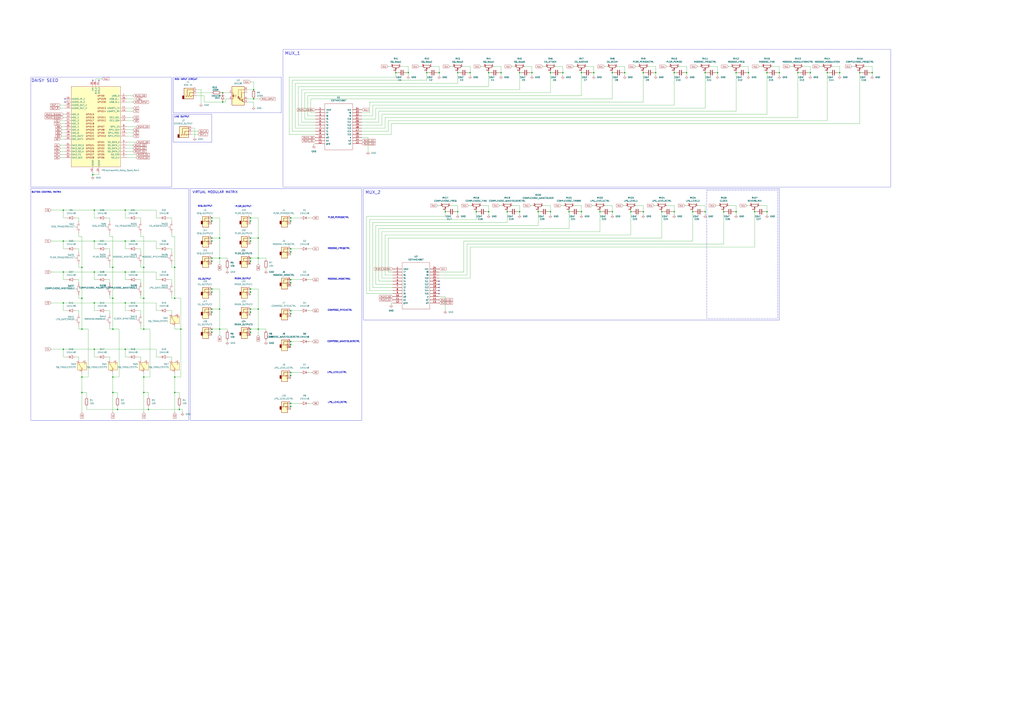
<source format=kicad_sch>
(kicad_sch (version 20250114) (generator "eeschema") (generator_version "9.0")
  (paper "A1")
  (title_block (title "WEASEL | Digital West Coast Synth") (rev "1") (company ".axs instruments"))
  (rectangle (start 232.41 40.64) (end 731.52 153.67))
  (rectangle (start 298.45 154.94) (end 640.08 262.89))
  (rectangle (start 156.21 154.94) (end 297.18 345.44))
  (rectangle (start 25.4 154.94) (end 154.94 345.44))
  (rectangle (start 142.24 63.5) (end 231.14 92.71))
  (rectangle (start 142.24 93.98) (end 173.99 116.84))
  (rectangle (start 25.4 63.5) (end 140.97 153.67))
  (rectangle (start 580.39 156.21) (end 638.81 261.62) (stroke (width 0) (type dash)))
  (text "EG_OUTPUT" (at 162.56 229.362 0) (effects (font (size 1.27 1.27) (thickness 0.254) (bold yes)) (justify left)))
  (text "MIDI INPUT CIRCUIT" (at 143.256 65.278 0) (effects (font (size 1.27 1.27) (thickness 0.254) (bold yes)) (justify left)))
  (text "LINE OUTPUT\n" (at 143.002 96.012 0) (effects (font (size 1.27 1.27) (thickness 0.254) (bold yes)) (justify left)))
  (text "MODOSC_FREQCTRL" (at 268.986 204.216 0) (effects (font (size 1.27 1.27) (thickness 0.254) (bold yes)) (justify left)))
  (text "MUX_2" (at 306.324 158.242 0) (effects (font (size 2.54 2.54) (thickness 0.254) (bold yes))))
  (text "PLSR_PERIODCTRL" (at 269.24 178.816 0) (effects (font (size 1.27 1.27) (thickness 0.254) (bold yes)) (justify left)))
  (text "COMPOSC_WAVEFOLDERCTRL\n" (at 268.732 280.67 0) (effects (font (size 1.27 1.27) (thickness 0.254) (bold yes)) (justify left)))
  (text "RNDM_OUTPUT" (at 192.532 229.108 0) (effects (font (size 1.27 1.27) (thickness 0.254) (bold yes)) (justify left)))
  (text "VIRTUAL MODULAR MATRIX" (at 157.988 157.988 0) (effects (font (size 1.905 1.905) (thickness 0.254) (bold yes)) (justify left)))
  (text "DAISY SEED" (at 25.654 66.294 0) (effects (font (size 2.54 2.54) (thickness 0.254) (bold yes)) (justify left)))
  (text "BUTTON CONTROL MATRIX\n" (at 38.1 157.988 0) (effects (font (size 1.27 1.27) (thickness 0.254) (bold yes))))
  (text "LPG_LEVEL1CTRL\n" (at 268.732 306.07 0) (effects (font (size 1.27 1.27) (thickness 0.254) (bold yes)) (justify left)))
  (text "MUX_1\n" (at 240.284 43.942 0) (effects (font (size 2.54 2.54) (thickness 0.254) (bold yes))))
  (text "LPG_LEVEL2CTRL" (at 269.24 330.708 0) (effects (font (size 1.27 1.27) (thickness 0.254) (bold yes)) (justify left)))
  (text "PLSR_OUTPUT" (at 193.294 169.672 0) (effects (font (size 1.27 1.27) (thickness 0.254) (bold yes)) (justify left)))
  (text "MODOSC_MODCTROL" (at 268.986 229.362 0) (effects (font (size 1.27 1.27) (thickness 0.254) (bold yes)) (justify left)))
  (text "SEQ_OUTPUT" (at 162.306 169.418 0) (effects (font (size 1.27 1.27) (thickness 0.254) (bold yes)) (justify left)))
  (text "COMPOSC_PITCHCTRL" (at 268.986 255.016 0) (effects (font (size 1.27 1.27) (thickness 0.254) (bold yes)) (justify left)))
  (junction (at 528.32 173.99))
  (junction (at 538.48 59.69))
  (junction (at 604.52 173.99))
  (junction (at 205.74 181.61))
  (junction (at 679.45 59.69))
  (junction (at 173.99 195.58))
  (junction (at 325.12 59.69))
  (junction (at 205.74 270.51))
  (junction (at 208.28 73.66))
  (junction (at 401.32 173.99))
  (junction (at 52.07 198.12))
  (junction (at 118.11 219.71))
  (junction (at 205.74 212.09))
  (junction (at 416.56 173.99))
  (junction (at 619.76 173.99))
  (junction (at 528.32 59.69))
  (junction (at 579.12 59.69))
  (junction (at 143.51 322.58))
  (junction (at 553.72 173.99))
  (junction (at 553.72 59.69))
  (junction (at 173.99 181.61))
  (junction (at 360.68 59.69))
  (junction (at 629.92 59.69))
  (junction (at 102.87 172.72))
  (junction (at 375.92 173.99))
  (junction (at 102.87 248.92))
  (junction (at 238.76 207.01))
  (junction (at 173.99 254))
  (junction (at 238.76 331.47))
  (junction (at 401.32 59.69))
  (junction (at 502.92 173.99))
  (junction (at 102.87 223.52))
  (junction (at 350.52 59.69))
  (junction (at 689.61 59.69))
  (junction (at 212.09 195.58))
  (junction (at 513.08 59.69))
  (junction (at 182.88 76.2))
  (junction (at 52.07 172.72))
  (junction (at 452.12 59.69))
  (junction (at 67.31 322.58))
  (junction (at 180.34 195.58))
  (junction (at 173.99 214.63))
  (junction (at 92.71 245.11))
  (junction (at 492.76 173.99))
  (junction (at 212.09 254))
  (junction (at 143.51 219.71))
  (junction (at 118.11 309.88))
  (junction (at 92.71 309.88))
  (junction (at 173.99 179.07))
  (junction (at 102.87 198.12))
  (junction (at 212.09 270.51))
  (junction (at 208.28 81.28))
  (junction (at 477.52 59.69))
  (junction (at 589.28 59.69))
  (junction (at 238.76 204.47))
  (junction (at 77.47 248.92))
  (junction (at 436.88 59.69))
  (junction (at 67.31 245.11))
  (junction (at 706.12 59.69))
  (junction (at 477.52 173.99))
  (junction (at 205.74 273.05))
  (junction (at 67.31 219.71))
  (junction (at 173.99 256.54))
  (junction (at 502.92 59.69))
  (junction (at 238.76 232.41))
  (junction (at 212.09 212.09))
  (junction (at 426.72 173.99))
  (junction (at 205.74 256.54))
  (junction (at 441.96 173.99))
  (junction (at 238.76 229.87))
  (junction (at 173.99 240.03))
  (junction (at 238.76 306.07))
  (junction (at 173.99 270.51))
  (junction (at 173.99 273.05))
  (junction (at 568.96 173.99))
  (junction (at 716.28 59.69))
  (junction (at 52.07 287.02))
  (junction (at 147.32 336.55))
  (junction (at 52.07 223.52))
  (junction (at 148.59 270.51))
  (junction (at 77.47 198.12))
  (junction (at 426.72 59.69))
  (junction (at 205.74 254))
  (junction (at 452.12 173.99))
  (junction (at 391.16 173.99))
  (junction (at 77.47 223.52))
  (junction (at 67.31 309.88))
  (junction (at 173.99 198.12))
  (junction (at 604.52 59.69))
  (junction (at 563.88 59.69))
  (junction (at 173.99 237.49))
  (junction (at 77.47 287.02))
  (junction (at 180.34 212.09))
  (junction (at 180.34 254))
  (junction (at 77.47 172.72))
  (junction (at 205.74 179.07))
  (junction (at 543.56 173.99))
  (junction (at 76.2 143.51))
  (junction (at 640.08 59.69))
  (junction (at 594.36 173.99))
  (junction (at 238.76 179.07))
  (junction (at 102.87 287.02))
  (junction (at 238.76 280.67))
  (junction (at 143.51 309.88))
  (junction (at 180.34 270.51))
  (junction (at 365.76 173.99))
  (junction (at 655.32 59.69))
  (junction (at 92.71 219.71))
  (junction (at 467.36 173.99))
  (junction (at 375.92 59.69))
  (junction (at 238.76 334.01))
  (junction (at 205.74 214.63))
  (junction (at 92.71 270.51))
  (junction (at 143.51 245.11))
  (junction (at 182.88 83.82))
  (junction (at 579.12 173.99))
  (junction (at 121.92 336.55))
  (junction (at 118.11 245.11))
  (junction (at 629.92 173.99))
  (junction (at 205.74 240.03))
  (junction (at 238.76 255.27))
  (junction (at 411.48 59.69))
  (junction (at 462.28 59.69))
  (junction (at 386.08 59.69))
  (junction (at 118.11 270.51))
  (junction (at 205.74 237.49))
  (junction (at 173.99 212.09))
  (junction (at 205.74 195.58))
  (junction (at 665.48 59.69))
  (junction (at 118.11 322.58))
  (junction (at 67.31 270.51))
  (junction (at 205.74 198.12))
  (junction (at 614.68 59.69))
  (junction (at 518.16 173.99))
  (junction (at 96.52 336.55))
  (junction (at 238.76 257.81))
  (junction (at 92.71 322.58))
  (junction (at 52.07 248.92))
  (junction (at 335.28 59.69))
  (junction (at 238.76 308.61))
  (junction (at 238.76 283.21))
  (junction (at 238.76 181.61))
  (junction (at 487.68 59.69))
  (no_connect (at 81.28 66.04))
  (no_connect (at 360.68 233.68))
  (no_connect (at 53.34 83.82))
  (no_connect (at 76.2 66.04))
  (no_connect (at 53.34 81.28))
  (no_connect (at 360.68 231.14))
  (no_connect (at 360.68 238.76))
  (no_connect (at 360.68 236.22))
  (no_connect (at 360.68 241.3))
  (wire (pts (xy 589.28 54.61) (xy 582.93 54.61)))
  (wire (pts (xy 689.61 54.61) (xy 683.26 54.61)))
  (wire (pts (xy 579.12 176.53) (xy 579.12 173.99)))
  (wire (pts (xy 62.23 179.07) (xy 64.77 179.07)))
  (wire (pts (xy 427.99 59.69) (xy 426.72 59.69)))
  (wire (pts (xy 308.61 185.42) (xy 308.61 233.68)))
  (wire (pts (xy 149.86 339.09) (xy 149.86 336.55)))
  (wire (pts (xy 140.97 179.07) (xy 140.97 181.61)))
  (wire (pts (xy 254 204.47) (xy 256.54 204.47)))
  (wire (pts (xy 102.87 229.87) (xy 105.41 229.87)))
  (wire (pts (xy 247.65 73.66) (xy 247.65 100.33)))
  (wire (pts (xy 436.88 62.23) (xy 436.88 59.69)))
  (wire (pts (xy 218.44 213.36) (xy 218.44 212.09)))
  (wire (pts (xy 543.56 173.99) (xy 543.56 172.72)))
  (wire (pts (xy 143.51 322.58) (xy 143.51 339.09)))
  (wire (pts (xy 375.92 68.58) (xy 242.57 68.58)))
  (wire (pts (xy 182.88 76.2) (xy 181.61 76.2)))
  (wire (pts (xy 619.76 173.99) (xy 619.76 203.2)))
  (wire (pts (xy 64.77 229.87) (xy 64.77 232.41)))
  (wire (pts (xy 49.53 129.54) (xy 53.34 129.54)))
  (wire (pts (xy 161.29 78.74) (xy 167.64 78.74)))
  (wire (pts (xy 513.08 54.61) (xy 506.73 54.61)))
  (wire (pts (xy 138.43 204.47) (xy 140.97 204.47)))
  (wire (pts (xy 128.27 204.47) (xy 130.81 204.47)))
  (wire (pts (xy 238.76 179.07) (xy 238.76 181.61)))
  (wire (pts (xy 238.76 181.61) (xy 238.76 184.15)))
  (wire (pts (xy 553.72 86.36) (xy 553.72 59.69)))
  (wire (pts (xy 318.77 99.06) (xy 318.77 107.95)))
  (wire (pts (xy 102.87 248.92) (xy 128.27 248.92)))
  (wire (pts (xy 140.97 217.17) (xy 140.97 219.71)))
  (wire (pts (xy 104.14 109.22) (xy 109.22 109.22)))
  (wire (pts (xy 259.08 92.71) (xy 255.27 92.71)))
  (wire (pts (xy 426.72 173.99) (xy 426.72 168.91)))
  (wire (pts (xy 441.96 185.42) (xy 308.61 185.42)))
  (wire (pts (xy 130.81 255.27) (xy 128.27 255.27)))
  (wire (pts (xy 104.14 127) (xy 111.76 127)))
  (wire (pts (xy 143.51 306.07) (xy 143.51 309.88)))
  (wire (pts (xy 77.47 287.02) (xy 102.87 287.02)))
  (wire (pts (xy 64.77 179.07) (xy 64.77 181.61)))
  (wire (pts (xy 303.53 180.34) (xy 303.53 238.76)))
  (wire (pts (xy 205.74 198.12) (xy 205.74 200.66)))
  (wire (pts (xy 494.03 173.99) (xy 492.76 173.99)))
  (wire (pts (xy 519.43 173.99) (xy 518.16 173.99)))
  (wire (pts (xy 381 198.12) (xy 381 223.52)))
  (wire (pts (xy 81.28 142.24) (xy 81.28 143.51)))
  (wire (pts (xy 579.12 173.99) (xy 577.85 173.99)))
  (wire (pts (xy 259.08 95.25) (xy 252.73 95.25)))
  (wire (pts (xy 104.14 119.38) (xy 109.22 119.38)))
  (wire (pts (xy 52.07 198.12) (xy 77.47 198.12)))
  (wire (pts (xy 322.58 236.22) (xy 306.07 236.22)))
  (wire (pts (xy 303.53 92.71) (xy 303.53 83.82)))
  (wire (pts (xy 102.87 172.72) (xy 102.87 179.07)))
  (wire (pts (xy 180.34 270.51) (xy 180.34 254)))
  (wire (pts (xy 52.07 223.52) (xy 52.07 229.87)))
  (wire (pts (xy 180.34 237.49) (xy 180.34 254)))
  (wire (pts (xy 365.76 243.84) (xy 360.68 243.84)))
  (wire (pts (xy 67.31 219.71) (xy 67.31 245.11)))
  (wire (pts (xy 92.71 219.71) (xy 92.71 245.11)))
  (wire (pts (xy 173.99 212.09) (xy 173.99 214.63)))
  (wire (pts (xy 104.14 78.74) (xy 109.22 78.74)))
  (wire (pts (xy 679.45 99.06) (xy 318.77 99.06)))
  (wire (pts (xy 313.69 93.98) (xy 313.69 102.87)))
  (wire (pts (xy 128.27 255.27) (xy 128.27 248.92)))
  (wire (pts (xy 679.45 59.69) (xy 679.45 58.42)))
  (wire (pts (xy 462.28 62.23) (xy 462.28 59.69)))
  (wire (pts (xy 62.23 229.87) (xy 64.77 229.87)))
  (wire (pts (xy 254 306.07) (xy 256.54 306.07)))
  (wire (pts (xy 679.45 99.06) (xy 679.45 59.69)))
  (wire (pts (xy 426.72 73.66) (xy 426.72 59.69)))
  (wire (pts (xy 411.48 59.69) (xy 411.48 54.61)))
  (wire (pts (xy 623.57 54.61) (xy 626.11 54.61)))
  (wire (pts (xy 205.74 237.49) (xy 212.09 237.49)))
  (wire (pts (xy 77.47 223.52) (xy 77.47 229.87)))
  (wire (pts (xy 147.32 336.55) (xy 147.32 334.01)))
  (wire (pts (xy 297.18 100.33) (xy 311.15 100.33)))
  (wire (pts (xy 351.79 59.69) (xy 350.52 59.69)))
  (wire (pts (xy 77.47 293.37) (xy 77.47 287.02)))
  (wire (pts (xy 67.31 245.11) (xy 67.31 270.51)))
  (wire (pts (xy 49.53 124.46) (xy 53.34 124.46)))
  (wire (pts (xy 128.27 179.07) (xy 128.27 172.72)))
  (wire (pts (xy 250.19 97.79) (xy 250.19 76.2)))
  (wire (pts (xy 313.69 102.87) (xy 297.18 102.87)))
  (wire (pts (xy 238.76 280.67) (xy 246.38 280.67)))
  (wire (pts (xy 115.57 179.07) (xy 115.57 181.61)))
  (wire (pts (xy 180.34 212.09) (xy 180.34 195.58)))
  (wire (pts (xy 208.28 81.28) (xy 213.36 81.28)))
  (wire (pts (xy 205.74 256.54) (xy 205.74 259.08)))
  (wire (pts (xy 212.09 179.07) (xy 212.09 195.58)))
  (wire (pts (xy 308.61 97.79) (xy 308.61 88.9)))
  (wire (pts (xy 619.76 203.2) (xy 386.08 203.2)))
  (wire (pts (xy 90.17 194.31) (xy 92.71 194.31)))
  (wire (pts (xy 544.83 173.99) (xy 543.56 173.99)))
  (wire (pts (xy 78.74 64.77) (xy 78.74 66.04)))
  (wire (pts (xy 360.68 226.06) (xy 383.54 226.06)))
  (wire (pts (xy 104.14 111.76) (xy 109.22 111.76)))
  (wire (pts (xy 640.08 59.69) (xy 638.81 59.69)))
  (wire (pts (xy 173.99 237.49) (xy 173.99 240.03)))
  (wire (pts (xy 102.87 293.37) (xy 102.87 287.02)))
  (wire (pts (xy 401.32 59.69) (xy 401.32 58.42)))
  (wire (pts (xy 521.97 54.61) (xy 524.51 54.61)))
  (wire (pts (xy 165.1 73.66) (xy 165.1 85.09)))
  (wire (pts (xy 90.17 191.77) (xy 90.17 194.31)))
  (wire (pts (xy 462.28 59.69) (xy 462.28 54.61)))
  (wire (pts (xy 90.17 295.91) (xy 90.17 293.37)))
  (wire (pts (xy 553.72 173.99) (xy 552.45 173.99)))
  (wire (pts (xy 121.92 326.39) (xy 121.92 322.58)))
  (wire (pts (xy 359.41 168.91) (xy 361.95 168.91)))
  (wire (pts (xy 87.63 179.07) (xy 90.17 179.07)))
  (wire (pts (xy 77.47 255.27) (xy 80.01 255.27)))
  (wire (pts (xy 238.76 232.41) (xy 238.76 234.95)))
  (wire (pts (xy 87.63 204.47) (xy 90.17 204.47)))
  (wire (pts (xy 113.03 255.27) (xy 115.57 255.27)))
  (wire (pts (xy 321.31 248.92) (xy 321.31 250.19)))
  (wire (pts (xy 420.37 54.61) (xy 422.91 54.61)))
  (wire (pts (xy 90.17 204.47) (xy 90.17 207.01)))
  (wire (pts (xy 173.99 256.54) (xy 173.99 259.08)))
  (wire (pts (xy 140.97 257.81) (xy 140.97 255.27)))
  (wire (pts (xy 97.79 309.88) (xy 92.71 309.88)))
  (wire (pts (xy 41.91 198.12) (xy 52.07 198.12)))
  (wire (pts (xy 318.77 54.61) (xy 321.31 54.61)))
  (wire (pts (xy 640.08 59.69) (xy 640.08 54.61)))
  (wire (pts (xy 471.17 54.61) (xy 473.71 54.61)))
  (wire (pts (xy 383.54 226.06) (xy 383.54 200.66)))
  (wire (pts (xy 218.44 271.78) (xy 218.44 270.51)))
  (wire (pts (xy 360.68 54.61) (xy 354.33 54.61)))
  (wire (pts (xy 259.08 110.49) (xy 237.49 110.49)))
  (wire (pts (xy 375.92 168.91) (xy 369.57 168.91)))
  (wire (pts (xy 316.23 105.41) (xy 316.23 96.52)))
  (wire (pts (xy 401.32 176.53) (xy 401.32 173.99)))
  (wire (pts (xy 72.39 270.51) (xy 72.39 309.88)))
  (wire (pts (xy 252.73 78.74) (xy 477.52 78.74)))
  (wire (pts (xy 203.2 81.28) (xy 208.28 81.28)))
  (wire (pts (xy 52.07 293.37) (xy 52.07 287.02)))
  (wire (pts (xy 64.77 204.47) (xy 64.77 207.01)))
  (wire (pts (xy 579.12 88.9) (xy 579.12 59.69)))
  (wire (pts (xy 185.42 81.28) (xy 187.96 81.28)))
  (wire (pts (xy 173.99 212.09) (xy 180.34 212.09)))
  (wire (pts (xy 180.34 195.58) (xy 173.99 195.58)))
  (wire (pts (xy 140.97 293.37) (xy 138.43 293.37)))
  (wire (pts (xy 205.74 181.61) (xy 205.74 184.15)))
  (wire (pts (xy 52.07 255.27) (xy 54.61 255.27)))
  (wire (pts (xy 416.56 173.99) (xy 416.56 172.72)))
  (wire (pts (xy 96.52 334.01) (xy 96.52 336.55)))
  (wire (pts (xy 167.64 78.74) (xy 167.64 83.82)))
  (wire (pts (xy 568.96 198.12) (xy 381 198.12)))
  (wire (pts (xy 218.44 270.51) (xy 212.09 270.51)))
  (wire (pts (xy 157.48 110.49) (xy 162.56 110.49)))
  (wire (pts (xy 118.11 245.11) (xy 118.11 270.51)))
  (wire (pts (xy 118.11 306.07) (xy 118.11 309.88)))
  (wire (pts (xy 318.77 223.52) (xy 318.77 195.58)))
  (wire (pts (xy 605.79 59.69) (xy 604.52 59.69)))
  (wire (pts (xy 598.17 54.61) (xy 600.71 54.61)))
  (wire (pts (xy 478.79 59.69) (xy 477.52 59.69)))
  (wire (pts (xy 375.92 173.99) (xy 375.92 168.91)))
  (wire (pts (xy 568.96 198.12) (xy 568.96 173.99)))
  (wire (pts (xy 52.07 223.52) (xy 77.47 223.52)))
  (wire (pts (xy 64.77 270.51) (xy 67.31 270.51)))
  (wire (pts (xy 64.77 255.27) (xy 64.77 257.81)))
  (wire (pts (xy 102.87 287.02) (xy 128.27 287.02)))
  (wire (pts (xy 629.92 168.91) (xy 623.57 168.91)))
  (wire (pts (xy 105.41 293.37) (xy 102.87 293.37)))
  (wire (pts (xy 205.74 67.31) (xy 208.28 67.31)))
  (wire (pts (xy 401.32 71.12) (xy 401.32 59.69)))
  (wire (pts (xy 502.92 173.99) (xy 501.65 173.99)))
  (wire (pts (xy 513.08 62.23) (xy 513.08 59.69)))
  (wire (pts (xy 325.12 63.5) (xy 325.12 59.69)))
  (wire (pts (xy 173.99 214.63) (xy 173.99 217.17)))
  (wire (pts (xy 115.57 194.31) (xy 118.11 194.31)))
  (wire (pts (xy 64.77 219.71) (xy 67.31 219.71)))
  (wire (pts (xy 436.88 59.69) (xy 435.61 59.69)))
  (wire (pts (xy 629.92 176.53) (xy 629.92 173.99)))
  (wire (pts (xy 143.51 270.51) (xy 143.51 267.97)))
  (wire (pts (xy 92.71 245.11) (xy 92.71 270.51)))
  (wire (pts (xy 629.92 93.98) (xy 629.92 59.69)))
  (wire (pts (xy 115.57 267.97) (xy 115.57 270.51)))
  (wire (pts (xy 115.57 293.37) (xy 113.03 293.37)))
  (wire (pts (xy 242.57 105.41) (xy 259.08 105.41)))
  (wire (pts (xy 502.92 81.28) (xy 502.92 59.69)))
  (wire (pts (xy 118.11 219.71) (xy 118.11 245.11)))
  (wire (pts (xy 648.97 54.61) (xy 651.51 54.61)))
  (wire (pts (xy 563.88 62.23) (xy 563.88 59.69)))
  (wire (pts (xy 452.12 173.99) (xy 452.12 168.91)))
  (wire (pts (xy 302.26 113.03) (xy 297.18 113.03)))
  (wire (pts (xy 254 280.67) (xy 256.54 280.67)))
  (wire (pts (xy 104.14 91.44) (xy 109.22 91.44)))
  (wire (pts (xy 90.17 270.51) (xy 92.71 270.51)))
  (wire (pts (xy 614.68 62.23) (xy 614.68 59.69)))
  (wire (pts (xy 528.32 168.91) (xy 521.97 168.91)))
  (wire (pts (xy 50.8 104.14) (xy 53.34 104.14)))
  (wire (pts (xy 182.88 83.82) (xy 185.42 83.82)))
  (wire (pts (xy 318.77 195.58) (xy 543.56 195.58)))
  (wire (pts (xy 716.28 54.61) (xy 709.93 54.61)))
  (wire (pts (xy 538.48 62.23) (xy 538.48 59.69)))
  (wire (pts (xy 77.47 229.87) (xy 80.01 229.87)))
  (wire (pts (xy 186.69 213.36) (xy 186.69 212.09)))
  (wire (pts (xy 553.72 176.53) (xy 553.72 173.99)))
  (wire (pts (xy 161.29 76.2) (xy 173.99 76.2)))
  (wire (pts (xy 401.32 173.99) (xy 400.05 173.99)))
  (wire (pts (xy 140.97 242.57) (xy 140.97 245.11)))
  (wire (pts (xy 417.83 173.99) (xy 416.56 173.99)))
  (wire (pts (xy 377.19 59.69) (xy 375.92 59.69)))
  (wire (pts (xy 254 179.07) (xy 256.54 179.07)))
  (wire (pts (xy 147.32 322.58) (xy 143.51 322.58)))
  (wire (pts (xy 631.19 59.69) (xy 629.92 59.69)))
  (wire (pts (xy 665.48 62.23) (xy 665.48 59.69)))
  (wire (pts (xy 707.39 59.69) (xy 706.12 59.69)))
  (wire (pts (xy 238.76 179.07) (xy 246.38 179.07)))
  (wire (pts (xy 570.23 173.99) (xy 568.96 173.99)))
  (wire (pts (xy 365.76 243.84) (xy 365.76 255.27)))
  (wire (pts (xy 102.87 248.92) (xy 102.87 255.27)))
  (wire (pts (xy 381 223.52) (xy 360.68 223.52)))
  (wire (pts (xy 49.53 88.9) (xy 53.34 88.9)))
  (wire (pts (xy 205.74 179.07) (xy 205.74 181.61)))
  (wire (pts (xy 303.53 238.76) (xy 322.58 238.76)))
  (wire (pts (xy 157.48 107.95) (xy 162.56 107.95)))
  (wire (pts (xy 604.52 173.99) (xy 604.52 168.91)))
  (wire (pts (xy 436.88 54.61) (xy 430.53 54.61)))
  (wire (pts (xy 254 229.87) (xy 256.54 229.87)))
  (wire (pts (xy 410.21 168.91) (xy 412.75 168.91)))
  (wire (pts (xy 257.81 118.11) (xy 257.81 119.38)))
  (wire (pts (xy 402.59 59.69) (xy 401.32 59.69)))
  (wire (pts (xy 640.08 62.23) (xy 640.08 59.69)))
  (wire (pts (xy 350.52 66.04) (xy 350.52 59.69)))
  (wire (pts (xy 218.44 212.09) (xy 212.09 212.09)))
  (wire (pts (xy 80.01 293.37) (xy 77.47 293.37)))
  (wire (pts (xy 173.99 179.07) (xy 173.99 181.61)))
  (wire (pts (xy 212.09 212.09) (xy 212.09 217.17)))
  (wire (pts (xy 208.28 87.63) (xy 208.28 83.82)))
  (wire (pts (xy 212.09 270.51) (xy 212.09 275.59)))
  (wire (pts (xy 52.07 248.92) (xy 77.47 248.92)))
  (wire (pts (xy 441.96 173.99) (xy 441.96 172.72)))
  (wire (pts (xy 118.11 270.51) (xy 123.19 270.51)))
  (wire (pts (xy 665.48 59.69) (xy 665.48 54.61)))
  (wire (pts (xy 180.34 212.09) (xy 180.34 217.17)))
  (wire (pts (xy 52.07 229.87) (xy 54.61 229.87)))
  (wire (pts (xy 238.76 334.01) (xy 238.76 336.55)))
  (wire (pts (xy 487.68 59.69) (xy 486.41 59.69)))
  (wire (pts (xy 538.48 59.69) (xy 537.21 59.69)))
  (wire (pts (xy 118.11 322.58) (xy 118.11 339.09)))
  (wire (pts (xy 52.07 287.02) (xy 77.47 287.02)))
  (wire (pts (xy 72.39 309.88) (xy 67.31 309.88)))
  (wire (pts (xy 462.28 59.69) (xy 461.01 59.69)))
  (wire (pts (xy 121.92 322.58) (xy 118.11 322.58)))
  (wire (pts (xy 64.77 267.97) (xy 64.77 270.51)))
  (wire (pts (xy 716.28 62.23) (xy 716.28 59.69)))
  (wire (pts (xy 238.76 255.27) (xy 246.38 255.27)))
  (wire (pts (xy 41.91 223.52) (xy 52.07 223.52)))
  (wire (pts (xy 365.76 177.8) (xy 365.76 173.99)))
  (wire (pts (xy 477.52 176.53) (xy 477.52 173.99)))
  (wire (pts (xy 640.08 54.61) (xy 633.73 54.61)))
  (wire (pts (xy 300.99 177.8) (xy 365.76 177.8)))
  (wire (pts (xy 90.17 242.57) (xy 90.17 245.11)))
  (wire (pts (xy 325.12 59.69) (xy 325.12 58.42)))
  (wire (pts (xy 118.11 309.88) (xy 118.11 322.58)))
  (wire (pts (xy 186.69 279.4) (xy 186.69 280.67)))
  (wire (pts (xy 335.28 62.23) (xy 335.28 59.69)))
  (wire (pts (xy 392.43 173.99) (xy 391.16 173.99)))
  (wire (pts (xy 147.32 326.39) (xy 147.32 322.58)))
  (wire (pts (xy 453.39 59.69) (xy 452.12 59.69)))
  (wire (pts (xy 143.51 270.51) (xy 148.59 270.51)))
  (wire (pts (xy 665.48 59.69) (xy 664.21 59.69)))
  (wire (pts (xy 49.53 114.3) (xy 53.34 114.3)))
  (wire (pts (xy 205.74 240.03) (xy 205.74 242.57)))
  (wire (pts (xy 238.76 255.27) (xy 238.76 257.81)))
  (wire (pts (xy 104.14 106.68) (xy 109.22 106.68)))
  (wire (pts (xy 394.97 54.61) (xy 397.51 54.61)))
  (wire (pts (xy 391.16 180.34) (xy 303.53 180.34)))
  (wire (pts (xy 67.31 309.88) (xy 67.31 322.58)))
  (wire (pts (xy 604.52 173.99) (xy 603.25 173.99)))
  (wire (pts (xy 140.97 229.87) (xy 140.97 232.41)))
  (wire (pts (xy 655.32 59.69) (xy 655.32 58.42)))
  (wire (pts (xy 383.54 200.66) (xy 594.36 200.66)))
  (wire (pts (xy 321.31 248.92) (xy 322.58 248.92)))
  (wire (pts (xy 50.8 106.68) (xy 53.34 106.68)))
  (wire (pts (xy 49.53 121.92) (xy 53.34 121.92)))
  (wire (pts (xy 322.58 231.14) (xy 311.15 231.14)))
  (wire (pts (xy 502.92 168.91) (xy 496.57 168.91)))
  (wire (pts (xy 52.07 179.07) (xy 54.61 179.07)))
  (wire (pts (xy 426.72 173.99) (xy 425.45 173.99)))
  (wire (pts (xy 52.07 248.92) (xy 52.07 255.27)))
  (wire (pts (xy 115.57 229.87) (xy 115.57 232.41)))
  (wire (pts (xy 588.01 168.91) (xy 590.55 168.91)))
  (wire (pts (xy 67.31 322.58) (xy 67.31 339.09)))
  (wire (pts (xy 386.08 59.69) (xy 386.08 54.61)))
  (wire (pts (xy 71.12 322.58) (xy 67.31 322.58)))
  (wire (pts (xy 205.74 270.51) (xy 205.74 273.05)))
  (wire (pts (xy 386.08 228.6) (xy 360.68 228.6)))
  (wire (pts (xy 104.14 121.92) (xy 109.22 121.92)))
  (wire (pts (xy 62.23 255.27) (xy 64.77 255.27)))
  (wire (pts (xy 594.36 173.99) (xy 594.36 172.72)))
  (wire (pts (xy 238.76 331.47) (xy 238.76 334.01)))
  (wire (pts (xy 375.92 176.53) (xy 375.92 173.99)))
  (wire (pts (xy 604.52 59.69) (xy 604.52 58.42)))
  (wire (pts (xy 401.32 168.91) (xy 394.97 168.91)))
  (wire (pts (xy 391.16 173.99) (xy 391.16 172.72)))
  (wire (pts (xy 614.68 59.69) (xy 614.68 54.61)))
  (wire (pts (xy 716.28 59.69) (xy 715.01 59.69)))
  (wire (pts (xy 462.28 54.61) (xy 455.93 54.61)))
  (wire (pts (xy 102.87 172.72) (xy 128.27 172.72)))
  (wire (pts (xy 97.79 270.51) (xy 97.79 309.88)))
  (wire (pts (xy 115.57 219.71) (xy 118.11 219.71)))
  (wire (pts (xy 121.92 334.01) (xy 121.92 336.55)))
  (wire (pts (xy 689.61 62.23) (xy 689.61 59.69)))
  (wire (pts (xy 186.69 212.09) (xy 180.34 212.09)))
  (wire (pts (xy 96.52 326.39) (xy 96.52 322.58)))
  (wire (pts (xy 452.12 168.91) (xy 445.77 168.91)))
  (wire (pts (xy 311.15 231.14) (xy 311.15 187.96)))
  (wire (pts (xy 138.43 229.87) (xy 140.97 229.87)))
  (wire (pts (xy 54.61 293.37) (xy 52.07 293.37)))
  (wire (pts (xy 102.87 223.52) (xy 102.87 229.87)))
  (wire (pts (xy 102.87 204.47) (xy 105.41 204.47)))
  (wire (pts (xy 52.07 204.47) (xy 54.61 204.47)))
  (wire (pts (xy 173.99 270.51) (xy 173.99 273.05)))
  (wire (pts (xy 143.51 219.71) (xy 143.51 245.11)))
  (wire (pts (xy 321.31 110.49) (xy 321.31 101.6)))
  (wire (pts (xy 386.08 203.2) (xy 386.08 228.6)))
  (wire (pts (xy 411.48 59.69) (xy 410.21 59.69)))
  (wire (pts (xy 49.53 101.6) (xy 53.34 101.6)))
  (wire (pts (xy 90.17 219.71) (xy 92.71 219.71)))
  (wire (pts (xy 128.27 229.87) (xy 128.27 223.52)))
  (wire (pts (xy 87.63 255.27) (xy 90.17 255.27)))
  (wire (pts (xy 208.28 67.31) (xy 208.28 73.66)))
  (wire (pts (xy 104.14 104.14) (xy 111.76 104.14)))
  (wire (pts (xy 173.99 254) (xy 173.99 256.54)))
  (wire (pts (xy 173.99 198.12) (xy 173.99 200.66)))
  (wire (pts (xy 52.07 93.98) (xy 53.34 93.98)))
  (wire (pts (xy 452.12 176.53) (xy 452.12 173.99)))
  (wire (pts (xy 302.26 113.03) (xy 302.26 124.46)))
  (wire (pts (xy 212.09 237.49) (xy 212.09 254)))
  (wire (pts (xy 90.17 179.07) (xy 90.17 181.61)))
  (wire (pts (xy 375.92 173.99) (xy 374.65 173.99)))
  (wire (pts (xy 76.2 144.78) (xy 76.2 143.51)))
  (wire (pts (xy 306.07 95.25) (xy 306.07 86.36)))
  (wire (pts (xy 115.57 242.57) (xy 115.57 245.11)))
  (wire (pts (xy 140.97 191.77) (xy 140.97 194.31)))
  (wire (pts (xy 629.92 59.69) (xy 629.92 58.42)))
  (wire (pts (xy 297.18 92.71) (xy 303.53 92.71)))
  (wire (pts (xy 140.97 219.71) (xy 143.51 219.71)))
  (wire (pts (xy 311.15 91.44) (xy 604.52 91.44)))
  (wire (pts (xy 123.19 309.88) (xy 118.11 309.88)))
  (wire (pts (xy 90.17 229.87) (xy 90.17 232.41)))
  (wire (pts (xy 322.58 241.3) (xy 300.99 241.3)))
  (wire (pts (xy 52.07 96.52) (xy 53.34 96.52)))
  (wire (pts (xy 306.07 236.22) (xy 306.07 182.88)))
  (wire (pts (xy 115.57 270.51) (xy 118.11 270.51)))
  (wire (pts (xy 322.58 223.52) (xy 318.77 223.52)))
  (wire (pts (xy 180.34 254) (xy 173.99 254)))
  (wire (pts (xy 140.97 194.31) (xy 143.51 194.31)))
  (wire (pts (xy 115.57 245.11) (xy 118.11 245.11)))
  (wire (pts (xy 579.12 59.69) (xy 579.12 58.42)))
  (wire (pts (xy 254 331.47) (xy 256.54 331.47)))
  (wire (pts (xy 77.47 198.12) (xy 77.47 204.47)))
  (wire (pts (xy 665.48 54.61) (xy 659.13 54.61)))
  (wire (pts (xy 344.17 54.61) (xy 346.71 54.61)))
  (wire (pts (xy 563.88 54.61) (xy 557.53 54.61)))
  (wire (pts (xy 316.23 193.04) (xy 518.16 193.04)))
  (wire (pts (xy 689.61 59.69) (xy 689.61 54.61)))
  (wire (pts (xy 386.08 59.69) (xy 384.81 59.69)))
  (wire (pts (xy 365.76 173.99) (xy 365.76 172.72)))
  (wire (pts (xy 140.97 295.91) (xy 140.97 293.37)))
  (wire (pts (xy 492.76 190.5) (xy 492.76 173.99)))
  (wire (pts (xy 205.74 214.63) (xy 205.74 217.17)))
  (wire (pts (xy 511.81 168.91) (xy 514.35 168.91)))
  (wire (pts (xy 149.86 336.55) (xy 147.32 336.55)))
  (wire (pts (xy 487.68 59.69) (xy 487.68 54.61)))
  (wire (pts (xy 205.74 179.07) (xy 212.09 179.07)))
  (wire (pts (xy 64.77 217.17) (xy 64.77 219.71)))
  (wire (pts (xy 41.91 287.02) (xy 52.07 287.02)))
  (wire (pts (xy 148.59 309.88) (xy 143.51 309.88)))
  (wire (pts (xy 435.61 168.91) (xy 438.15 168.91)))
  (wire (pts (xy 64.77 293.37) (xy 62.23 293.37)))
  (wire (pts (xy 104.14 99.06) (xy 109.22 99.06)))
  (wire (pts (xy 67.31 270.51) (xy 72.39 270.51)))
  (wire (pts (xy 452.12 173.99) (xy 450.85 173.99)))
  (wire (pts (xy 254 255.27) (xy 256.54 255.27)))
  (wire (pts (xy 613.41 168.91) (xy 615.95 168.91)))
  (wire (pts (xy 92.71 270.51) (xy 97.79 270.51)))
  (wire (pts (xy 64.77 295.91) (xy 64.77 293.37)))
  (wire (pts (xy 104.14 96.52) (xy 109.22 96.52)))
  (wire (pts (xy 218.44 220.98) (xy 218.44 222.25)))
  (wire (pts (xy 128.27 204.47) (xy 128.27 198.12)))
  (wire (pts (xy 580.39 59.69) (xy 579.12 59.69)))
  (wire (pts (xy 375.92 59.69) (xy 375.92 58.42)))
  (wire (pts (xy 212.09 270.51) (xy 212.09 254)))
  (wire (pts (xy 123.19 270.51) (xy 123.19 309.88)))
  (wire (pts (xy 128.27 293.37) (xy 128.27 287.02)))
  (wire (pts (xy 157.48 105.41) (xy 160.02 105.41)))
  (wire (pts (xy 300.99 241.3) (xy 300.99 177.8)))
  (wire (pts (xy 118.11 194.31) (xy 118.11 219.71)))
  (wire (pts (xy 477.52 59.69) (xy 477.52 58.42)))
  (wire (pts (xy 104.14 124.46) (xy 109.22 124.46)))
  (wire (pts (xy 629.92 93.98) (xy 313.69 93.98)))
  (wire (pts (xy 64.77 191.77) (xy 64.77 194.31)))
  (wire (pts (xy 90.17 245.11) (xy 92.71 245.11)))
  (wire (pts (xy 238.76 306.07) (xy 246.38 306.07)))
  (wire (pts (xy 411.48 62.23) (xy 411.48 59.69)))
  (wire (pts (xy 350.52 66.04) (xy 240.03 66.04)))
  (wire (pts (xy 90.17 267.97) (xy 90.17 270.51)))
  (wire (pts (xy 238.76 331.47) (xy 246.38 331.47)))
  (wire (pts (xy 238.76 257.81) (xy 238.76 260.35)))
  (wire (pts (xy 205.74 237.49) (xy 205.74 240.03)))
  (wire (pts (xy 102.87 179.07) (xy 105.41 179.07)))
  (wire (pts (xy 212.09 195.58) (xy 205.74 195.58)))
  (wire (pts (xy 148.59 270.51) (xy 148.59 309.88)))
  (wire (pts (xy 81.28 143.51) (xy 76.2 143.51)))
  (wire (pts (xy 167.64 83.82) (xy 182.88 83.82)))
  (wire (pts (xy 452.12 59.69) (xy 452.12 58.42)))
  (wire (pts (xy 245.11 102.87) (xy 245.11 71.12)))
  (wire (pts (xy 384.81 168.91) (xy 387.35 168.91)))
  (wire (pts (xy 303.53 83.82) (xy 528.32 83.82)))
  (wire (pts (xy 77.47 172.72) (xy 102.87 172.72)))
  (wire (pts (xy 250.19 76.2) (xy 452.12 76.2)))
  (wire (pts (xy 67.31 194.31) (xy 67.31 219.71)))
  (wire (pts (xy 538.48 54.61) (xy 532.13 54.61)))
  (wire (pts (xy 680.72 59.69) (xy 679.45 59.69)))
  (wire (pts (xy 259.08 97.79) (xy 250.19 97.79)))
  (wire (pts (xy 173.99 270.51) (xy 180.34 270.51)))
  (wire (pts (xy 140.97 204.47) (xy 140.97 207.01)))
  (wire (pts (xy 240.03 107.95) (xy 259.08 107.95)))
  (wire (pts (xy 589.28 59.69) (xy 588.01 59.69)))
  (wire (pts (xy 238.76 229.87) (xy 238.76 232.41)))
  (wire (pts (xy 528.32 59.69) (xy 528.32 58.42)))
  (wire (pts (xy 543.56 195.58) (xy 543.56 173.99)))
  (wire (pts (xy 316.23 226.06) (xy 316.23 193.04)))
  (wire (pts (xy 83.82 64.77) (xy 78.74 64.77)))
  (wire (pts (xy 297.18 105.41) (xy 316.23 105.41)))
  (wire (pts (xy 212.09 212.09) (xy 212.09 195.58)))
  (wire (pts (xy 205.74 270.51) (xy 212.09 270.51)))
  (wire (pts (xy 461.01 168.91) (xy 463.55 168.91)))
  (wire (pts (xy 553.72 173.99) (xy 553.72 168.91)))
  (wire (pts (xy 49.53 119.38) (xy 53.34 119.38)))
  (wire (pts (xy 604.52 91.44) (xy 604.52 59.69)))
  (wire (pts (xy 238.76 283.21) (xy 238.76 285.75)))
  (wire (pts (xy 237.49 63.5) (xy 325.12 63.5)))
  (wire (pts (xy 50.8 109.22) (xy 53.34 109.22)))
  (wire (pts (xy 335.28 54.61) (xy 328.93 54.61)))
  (wire (pts (xy 604.52 176.53) (xy 604.52 173.99)))
  (wire (pts (xy 161.29 73.66) (xy 165.1 73.66)))
  (wire (pts (xy 115.57 191.77) (xy 115.57 194.31)))
  (wire (pts (xy 426.72 176.53) (xy 426.72 173.99)))
  (wire (pts (xy 238.76 207.01) (xy 238.76 209.55)))
  (wire (pts (xy 218.44 279.4) (xy 218.44 280.67)))
  (wire (pts (xy 467.36 173.99) (xy 467.36 172.72)))
  (wire (pts (xy 252.73 95.25) (xy 252.73 78.74)))
  (wire (pts (xy 52.07 172.72) (xy 77.47 172.72)))
  (wire (pts (xy 115.57 255.27) (xy 115.57 257.81)))
  (wire (pts (xy 308.61 88.9) (xy 579.12 88.9)))
  (wire (pts (xy 706.12 101.6) (xy 706.12 59.69)))
  (wire (pts (xy 311.15 187.96) (xy 467.36 187.96)))
  (wire (pts (xy 104.14 81.28) (xy 111.76 81.28)))
  (wire (pts (xy 297.18 97.79) (xy 308.61 97.79)))
  (wire (pts (xy 595.63 173.99) (xy 594.36 173.99)))
  (wire (pts (xy 180.34 270.51) (xy 180.34 275.59)))
  (wire (pts (xy 502.92 176.53) (xy 502.92 173.99)))
  (wire (pts (xy 621.03 173.99) (xy 619.76 173.99)))
  (wire (pts (xy 115.57 295.91) (xy 115.57 293.37)))
  (wire (pts (xy 180.34 179.07) (xy 180.34 195.58)))
  (wire (pts (xy 64.77 242.57) (xy 64.77 245.11)))
  (wire (pts (xy 589.28 59.69) (xy 589.28 54.61)))
  (wire (pts (xy 504.19 59.69) (xy 502.92 59.69)))
  (wire (pts (xy 182.88 76.2) (xy 187.96 76.2)))
  (wire (pts (xy 148.59 245.11) (xy 143.51 245.11)))
  (wire (pts (xy 240.03 66.04) (xy 240.03 107.95)))
  (wire (pts (xy 699.77 54.61) (xy 702.31 54.61)))
  (wire (pts (xy 104.14 83.82) (xy 109.22 83.82)))
  (wire (pts (xy 313.69 190.5) (xy 313.69 228.6)))
  (wire (pts (xy 367.03 173.99) (xy 365.76 173.99)))
  (wire (pts (xy 487.68 62.23) (xy 487.68 59.69)))
  (wire (pts (xy 130.81 293.37) (xy 128.27 293.37)))
  (wire (pts (xy 143.51 194.31) (xy 143.51 219.71)))
  (wire (pts (xy 104.14 116.84) (xy 111.76 116.84)))
  (wire (pts (xy 306.07 86.36) (xy 553.72 86.36)))
  (wire (pts (xy 212.09 254) (xy 205.74 254)))
  (wire (pts (xy 401.32 173.99) (xy 401.32 168.91)))
  (wire (pts (xy 553.72 168.91) (xy 547.37 168.91)))
  (wire (pts (xy 173.99 181.61) (xy 173.99 184.15)))
  (wire (pts (xy 185.42 83.82) (xy 185.42 81.28)))
  (wire (pts (xy 350.52 59.69) (xy 350.52 58.42)))
  (wire (pts (xy 375.92 68.58) (xy 375.92 59.69)))
  (wire (pts (xy 528.32 173.99) (xy 527.05 173.99)))
  (wire (pts (xy 238.76 204.47) (xy 238.76 207.01)))
  (wire (pts (xy 547.37 54.61) (xy 549.91 54.61)))
  (wire (pts (xy 90.17 255.27) (xy 90.17 257.81)))
  (wire (pts (xy 426.72 168.91) (xy 420.37 168.91)))
  (wire (pts (xy 205.74 273.05) (xy 205.74 275.59)))
  (wire (pts (xy 77.47 223.52) (xy 102.87 223.52)))
  (wire (pts (xy 71.12 334.01) (xy 71.12 336.55)))
  (wire (pts (xy 477.52 78.74) (xy 477.52 59.69)))
  (wire (pts (xy 316.23 96.52) (xy 655.32 96.52)))
  (wire (pts (xy 318.77 107.95) (xy 297.18 107.95)))
  (wire (pts (xy 113.03 204.47) (xy 115.57 204.47)))
  (wire (pts (xy 77.47 172.72) (xy 77.47 179.07)))
  (wire (pts (xy 436.88 59.69) (xy 436.88 54.61)))
  (wire (pts (xy 128.27 179.07) (xy 130.81 179.07)))
  (wire (pts (xy 360.68 59.69) (xy 360.68 54.61)))
  (wire (pts (xy 335.28 59.69) (xy 335.28 54.61)))
  (wire (pts (xy 563.88 59.69) (xy 562.61 59.69)))
  (wire (pts (xy 96.52 336.55) (xy 121.92 336.55)))
  (wire (pts (xy 67.31 306.07) (xy 67.31 309.88)))
  (wire (pts (xy 52.07 198.12) (xy 52.07 204.47)))
  (wire (pts (xy 326.39 59.69) (xy 325.12 59.69)))
  (wire (pts (xy 311.15 100.33) (xy 311.15 91.44)))
  (wire (pts (xy 487.68 54.61) (xy 481.33 54.61)))
  (wire (pts (xy 41.91 248.92) (xy 52.07 248.92)))
  (wire (pts (xy 445.77 54.61) (xy 448.31 54.61)))
  (wire (pts (xy 360.68 59.69) (xy 359.41 59.69)))
  (wire (pts (xy 496.57 54.61) (xy 499.11 54.61)))
  (wire (pts (xy 186.69 270.51) (xy 180.34 270.51)))
  (wire (pts (xy 486.41 168.91) (xy 488.95 168.91)))
  (wire (pts (xy 205.74 212.09) (xy 212.09 212.09)))
  (wire (pts (xy 173.99 240.03) (xy 173.99 242.57)))
  (wire (pts (xy 102.87 198.12) (xy 128.27 198.12)))
  (wire (pts (xy 96.52 322.58) (xy 92.71 322.58)))
  (wire (pts (xy 502.92 59.69) (xy 502.92 58.42)))
  (wire (pts (xy 76.2 143.51) (xy 76.2 142.24)))
  (wire (pts (xy 468.63 173.99) (xy 467.36 173.99)))
  (wire (pts (xy 477.52 173.99) (xy 476.25 173.99)))
  (wire (pts (xy 629.92 173.99) (xy 629.92 168.91)))
  (wire (pts (xy 71.12 336.55) (xy 96.52 336.55)))
  (wire (pts (xy 614.68 59.69) (xy 613.41 59.69)))
  (wire (pts (xy 369.57 54.61) (xy 372.11 54.61)))
  (wire (pts (xy 238.76 308.61) (xy 238.76 311.15)))
  (wire (pts (xy 205.74 254) (xy 205.74 256.54)))
  (wire (pts (xy 64.77 194.31) (xy 67.31 194.31)))
  (wire (pts (xy 594.36 200.66) (xy 594.36 173.99)))
  (wire (pts (xy 121.92 336.55) (xy 147.32 336.55)))
  (wire (pts (xy 513.08 59.69) (xy 511.81 59.69)))
  (wire (pts (xy 208.28 83.82) (xy 203.2 83.82)))
  (wire (pts (xy 52.07 172.72) (xy 52.07 179.07)))
  (wire (pts (xy 313.69 228.6) (xy 322.58 228.6)))
  (wire (pts (xy 259.08 102.87) (xy 245.11 102.87)))
  (wire (pts (xy 92.71 306.07) (xy 92.71 309.88)))
  (wire (pts (xy 90.17 293.37) (xy 87.63 293.37)))
  (wire (pts (xy 579.12 173.99) (xy 579.12 168.91)))
  (wire (pts (xy 77.47 198.12) (xy 102.87 198.12)))
  (wire (pts (xy 360.68 62.23) (xy 360.68 59.69)))
  (wire (pts (xy 416.56 182.88) (xy 416.56 173.99)))
  (wire (pts (xy 160.02 105.41) (xy 160.02 113.03)))
  (wire (pts (xy 148.59 270.51) (xy 148.59 245.11)))
  (wire (pts (xy 41.91 172.72) (xy 52.07 172.72)))
  (wire (pts (xy 297.18 110.49) (xy 321.31 110.49)))
  (wire (pts (xy 77.47 204.47) (xy 80.01 204.47)))
  (wire (pts (xy 245.11 71.12) (xy 401.32 71.12)))
  (wire (pts (xy 538.48 59.69) (xy 538.48 54.61)))
  (wire (pts (xy 113.03 179.07) (xy 115.57 179.07)))
  (wire (pts (xy 308.61 233.68) (xy 322.58 233.68)))
  (wire (pts (xy 306.07 182.88) (xy 416.56 182.88)))
  (wire (pts (xy 247.65 100.33) (xy 259.08 100.33)))
  (wire (pts (xy 528.32 176.53) (xy 528.32 173.99)))
  (wire (pts (xy 441.96 185.42) (xy 441.96 173.99)))
  (wire (pts (xy 237.49 110.49) (xy 237.49 63.5)))
  (wire (pts (xy 554.99 59.69) (xy 553.72 59.69)))
  (wire (pts (xy 656.59 59.69) (xy 655.32 59.69)))
  (wire (pts (xy 238.76 204.47) (xy 246.38 204.47)))
  (wire (pts (xy 115.57 217.17) (xy 115.57 219.71)))
  (wire (pts (xy 257.81 118.11) (xy 259.08 118.11)))
  (wire (pts (xy 173.99 195.58) (xy 173.99 198.12)))
  (wire (pts (xy 102.87 223.52) (xy 128.27 223.52)))
  (wire (pts (xy 518.16 173.99) (xy 518.16 172.72)))
  (wire (pts (xy 102.87 198.12) (xy 102.87 204.47)))
  (wire (pts (xy 77.47 248.92) (xy 77.47 255.27)))
  (wire (pts (xy 443.23 173.99) (xy 441.96 173.99)))
  (wire (pts (xy 173.99 237.49) (xy 180.34 237.49)))
  (wire (pts (xy 619.76 173.99) (xy 619.76 172.72)))
  (wire (pts (xy 322.58 226.06) (xy 316.23 226.06)))
  (wire (pts (xy 604.52 168.91) (xy 598.17 168.91)))
  (wire (pts (xy 62.23 204.47) (xy 64.77 204.47)))
  (wire (pts (xy 49.53 127) (xy 53.34 127)))
  (wire (pts (xy 102.87 255.27) (xy 105.41 255.27)))
  (wire (pts (xy 689.61 59.69) (xy 688.34 59.69)))
  (wire (pts (xy 203.2 73.66) (xy 208.28 73.66)))
  (wire (pts (xy 104.14 88.9) (xy 109.22 88.9)))
  (wire (pts (xy 579.12 168.91) (xy 572.77 168.91)))
  (wire (pts (xy 49.53 86.36) (xy 53.34 86.36)))
  (wire (pts (xy 138.43 179.07) (xy 140.97 179.07)))
  (wire (pts (xy 143.51 309.88) (xy 143.51 322.58)))
  (wire (pts (xy 186.69 220.98) (xy 186.69 222.25)))
  (wire (pts (xy 452.12 76.2) (xy 452.12 59.69)))
  (wire (pts (xy 238.76 306.07) (xy 238.76 308.61)))
  (wire (pts (xy 411.48 54.61) (xy 405.13 54.61)))
  (wire (pts (xy 562.61 168.91) (xy 565.15 168.91)))
  (wire (pts (xy 426.72 59.69) (xy 426.72 58.42)))
  (wire (pts (xy 391.16 180.34) (xy 391.16 173.99)))
  (wire (pts (xy 629.92 173.99) (xy 628.65 173.99)))
  (wire (pts (xy 426.72 73.66) (xy 247.65 73.66)))
  (wire (pts (xy 706.12 59.69) (xy 706.12 58.42)))
  (wire (pts (xy 49.53 99.06) (xy 53.34 99.06)))
  (wire (pts (xy 529.59 59.69) (xy 528.32 59.69)))
  (wire (pts (xy 255.27 92.71) (xy 255.27 81.28)))
  (wire (pts (xy 77.47 248.92) (xy 102.87 248.92)))
  (wire (pts (xy 173.99 273.05) (xy 173.99 275.59)))
  (wire (pts (xy 553.72 59.69) (xy 553.72 58.42)))
  (wire (pts (xy 115.57 204.47) (xy 115.57 207.01)))
  (wire (pts (xy 205.74 212.09) (xy 205.74 214.63)))
  (wire (pts (xy 255.27 81.28) (xy 502.92 81.28)))
  (wire (pts (xy 71.12 326.39) (xy 71.12 322.58)))
  (wire (pts (xy 140.97 245.11) (xy 143.51 245.11)))
  (wire (pts (xy 528.32 83.82) (xy 528.32 59.69)))
  (wire (pts (xy 477.52 173.99) (xy 477.52 168.91)))
  (wire (pts (xy 335.28 59.69) (xy 334.01 59.69)))
  (wire (pts (xy 518.16 193.04) (xy 518.16 173.99)))
  (wire (pts (xy 614.68 54.61) (xy 608.33 54.61)))
  (wire (pts (xy 186.69 271.78) (xy 186.69 270.51)))
  (wire (pts (xy 238.76 280.67) (xy 238.76 283.21)))
  (wire (pts (xy 297.18 95.25) (xy 306.07 95.25)))
  (wire (pts (xy 563.88 59.69) (xy 563.88 54.61)))
  (wire (pts (xy 386.08 54.61) (xy 379.73 54.61)))
  (wire (pts (xy 492.76 173.99) (xy 492.76 172.72)))
  (wire (pts (xy 205.74 195.58) (xy 205.74 198.12)))
  (wire (pts (xy 528.32 173.99) (xy 528.32 168.91)))
  (wire (pts (xy 589.28 62.23) (xy 589.28 59.69)))
  (wire (pts (xy 321.31 101.6) (xy 706.12 101.6)))
  (wire (pts (xy 386.08 62.23) (xy 386.08 59.69)))
  (wire (pts (xy 92.71 322.58) (xy 92.71 339.09)))
  (wire (pts (xy 492.76 190.5) (xy 313.69 190.5)))
  (wire (pts (xy 572.77 54.61) (xy 575.31 54.61)))
  (wire (pts (xy 467.36 187.96) (xy 467.36 173.99)))
  (wire (pts (xy 716.28 59.69) (xy 716.28 54.61)))
  (wire (pts (xy 92.71 194.31) (xy 92.71 219.71)))
  (wire (pts (xy 173.99 179.07) (xy 180.34 179.07)))
  (wire (pts (xy 655.32 59.69) (xy 655.32 96.52)))
  (wire (pts (xy 537.21 168.91) (xy 539.75 168.91)))
  (wire (pts (xy 502.92 173.99) (xy 502.92 168.91)))
  (wire (pts (xy 64.77 245.11) (xy 67.31 245.11)))
  (wire (pts (xy 128.27 229.87) (xy 130.81 229.87)))
  (wire (pts (xy 92.71 309.88) (xy 92.71 322.58)))
  (wire (pts (xy 242.57 68.58) (xy 242.57 105.41)))
  (wire (pts (xy 77.47 179.07) (xy 80.01 179.07)))
  (wire (pts (xy 104.14 129.54) (xy 111.76 129.54)))
  (wire (pts (xy 90.17 217.17) (xy 90.17 219.71)))
  (wire (pts (xy 673.1 54.61) (xy 675.64 54.61)))
  (wire (pts (xy 87.63 229.87) (xy 90.17 229.87)))
  (wire (pts (xy 477.52 168.91) (xy 471.17 168.91)))
  (wire (pts (xy 238.76 229.87) (xy 246.38 229.87)))
  (wire (pts (xy 50.8 111.76) (xy 53.34 111.76)))
  (wire (pts (xy 140.97 255.27) (xy 138.43 255.27)))
  (wire (pts (xy 568.96 173.99) (xy 568.96 172.72)))
  (wire (pts (xy 113.03 229.87) (xy 115.57 229.87)))
  (wire (pts (xy 513.08 59.69) (xy 513.08 54.61)))
  (global_label "A2" (shape input) (at 49.53 121.92 180) (property "Intersheetrefs" "${INTERSHEET_REFS}" (effects (hide yes))))
  (global_label "MUX1_S0" (shape input) (at 109.22 78.74 0) (property "Intersheetrefs" "${INTERSHEET_REFS}" (effects (hide yes))))
  (global_label "X1" (shape input) (at 92.71 339.09 270) (property "Intersheetrefs" "${INTERSHEET_REFS}" (effects (hide yes))))
  (global_label "B3" (shape input) (at 212.09 275.59 270) (property "Intersheetrefs" "${INTERSHEET_REFS}" (effects (hide yes))))
  (global_label "MUX1_S1" (shape input) (at 259.08 115.57 180) (property "Intersheetrefs" "${INTERSHEET_REFS}" (effects (hide yes))))
  (global_label "Vcc" (shape input) (at 445.77 54.61 180) (property "Intersheetrefs" "${INTERSHEET_REFS}" (effects (hide yes))))
  (global_label "Vcc" (shape input) (at 547.37 54.61 180) (property "Intersheetrefs" "${INTERSHEET_REFS}" (effects (hide yes))))
  (global_label "Vcc" (shape input) (at 588.01 168.91 180) (property "Intersheetrefs" "${INTERSHEET_REFS}" (effects (hide yes))))
  (global_label "Vcc" (shape input) (at 562.61 168.91 180) (property "Intersheetrefs" "${INTERSHEET_REFS}" (effects (hide yes))))
  (global_label "A4" (shape input) (at 49.53 127 180) (property "Intersheetrefs" "${INTERSHEET_REFS}" (effects (hide yes))))
  (global_label "Vcc" (shape input) (at 537.21 168.91 180) (property "Intersheetrefs" "${INTERSHEET_REFS}" (effects (hide yes))))
  (global_label "MIDI_INPUT" (shape input) (at 109.22 83.82 0) (property "Intersheetrefs" "${INTERSHEET_REFS}" (effects (hide yes))))
  (global_label "X1" (shape input) (at 109.22 88.9 0) (property "Intersheetrefs" "${INTERSHEET_REFS}" (effects (hide yes))))
  (global_label "MUX1_S3" (shape input) (at 297.18 118.11 0) (property "Intersheetrefs" "${INTERSHEET_REFS}" (effects (hide yes))))
  (global_label "Vcc" (shape input) (at 613.41 168.91 180) (property "Intersheetrefs" "${INTERSHEET_REFS}" (effects (hide yes))))
  (global_label "Y1" (shape input) (at 109.22 109.22 0) (property "Intersheetrefs" "${INTERSHEET_REFS}" (effects (hide yes))))
  (global_label "MUX2_SIGNAL" (shape input) (at 322.58 220.98 180) (property "Intersheetrefs" "${INTERSHEET_REFS}" (effects (hide yes))))
  (global_label "Vcc" (shape input) (at 572.77 54.61 180) (property "Intersheetrefs" "${INTERSHEET_REFS}" (effects (hide yes))))
  (global_label "Vcc" (shape input) (at 648.97 54.61 180) (property "Intersheetrefs" "${INTERSHEET_REFS}" (effects (hide yes))))
  (global_label "A3" (shape input) (at 256.54 255.27 0) (property "Intersheetrefs" "${INTERSHEET_REFS}" (effects (hide yes))))
  (global_label "B2" (shape input) (at 50.8 109.22 180) (property "Intersheetrefs" "${INTERSHEET_REFS}" (effects (hide yes))))
  (global_label "Y3" (shape input) (at 109.22 96.52 0) (property "Intersheetrefs" "${INTERSHEET_REFS}" (effects (hide yes))))
  (global_label "B2" (shape input) (at 212.09 217.17 270) (property "Intersheetrefs" "${INTERSHEET_REFS}" (effects (hide yes))))
  (global_label "A0" (shape input) (at 256.54 179.07 0) (property "Intersheetrefs" "${INTERSHEET_REFS}" (effects (hide yes))))
  (global_label "OUT_L" (shape input) (at 162.56 110.49 0) (property "Intersheetrefs" "${INTERSHEET_REFS}" (effects (hide yes))))
  (global_label "A1" (shape input) (at 49.53 119.38 180) (property "Intersheetrefs" "${INTERSHEET_REFS}" (effects (hide yes))))
  (global_label "Vcc" (shape input) (at 461.01 168.91 180) (property "Intersheetrefs" "${INTERSHEET_REFS}" (effects (hide yes))))
  (global_label "B1" (shape input) (at 180.34 275.59 270) (property "Intersheetrefs" "${INTERSHEET_REFS}" (effects (hide yes))))
  (global_label "MUX1_S1" (shape input) (at 109.22 124.46 0) (property "Intersheetrefs" "${INTERSHEET_REFS}" (effects (hide yes))))
  (global_label "MUX2_S3" (shape input) (at 111.76 104.14 0) (property "Intersheetrefs" "${INTERSHEET_REFS}" (effects (hide yes))))
  (global_label "Y0" (shape input) (at 41.91 172.72 180) (property "Intersheetrefs" "${INTERSHEET_REFS}" (effects (hide yes))))
  (global_label "Y2" (shape input) (at 109.22 111.76 0) (property "Intersheetrefs" "${INTERSHEET_REFS}" (effects (hide yes))))
  (global_label "Vcc" (shape input) (at 394.97 54.61 180) (property "Intersheetrefs" "${INTERSHEET_REFS}" (effects (hide yes))))
  (global_label "A3" (shape input) (at 49.53 124.46 180) (property "Intersheetrefs" "${INTERSHEET_REFS}" (effects (hide yes))))
  (global_label "A2" (shape input) (at 256.54 229.87 0) (property "Intersheetrefs" "${INTERSHEET_REFS}" (effects (hide yes))))
  (global_label "Vcc" (shape input) (at 205.74 67.31 180) (property "Intersheetrefs" "${INTERSHEET_REFS}" (effects (hide yes))))
  (global_label "Y4" (shape input) (at 109.22 91.44 0) (property "Intersheetrefs" "${INTERSHEET_REFS}" (effects (hide yes))))
  (global_label "MUX1_S2" (shape input) (at 109.22 121.92 0) (property "Intersheetrefs" "${INTERSHEET_REFS}" (effects (hide yes))))
  (global_label "X3" (shape input) (at 49.53 101.6 180) (property "Intersheetrefs" "${INTERSHEET_REFS}" (effects (hide yes))))
  (global_label "B3" (shape input) (at 50.8 111.76 180) (property "Intersheetrefs" "${INTERSHEET_REFS}" (effects (hide yes))))
  (global_label "Vcc" (shape input) (at 360.68 220.98 0) (property "Intersheetrefs" "${INTERSHEET_REFS}" (effects (hide yes))))
  (global_label "A5" (shape input) (at 256.54 306.07 0) (property "Intersheetrefs" "${INTERSHEET_REFS}" (effects (hide yes))))
  (global_label "MUX1_S2" (shape input) (at 297.18 115.57 0) (property "Intersheetrefs" "${INTERSHEET_REFS}" (effects (hide yes))))
  (global_label "X0" (shape input) (at 109.22 99.06 0) (property "Intersheetrefs" "${INTERSHEET_REFS}" (effects (hide yes))))
  (global_label "Vcc" (shape input) (at 496.57 54.61 180) (property "Intersheetrefs" "${INTERSHEET_REFS}" (effects (hide yes))))
  (global_label "Y2" (shape input) (at 41.91 223.52 180) (property "Intersheetrefs" "${INTERSHEET_REFS}" (effects (hide yes))))
  (global_label "MUX1_SIGNAL" (shape input) (at 259.08 90.17 180) (property "Intersheetrefs" "${INTERSHEET_REFS}" (effects (hide yes))))
  (global_label "X0" (shape input) (at 67.31 339.09 270) (property "Intersheetrefs" "${INTERSHEET_REFS}" (effects (hide yes))))
  (global_label "A5" (shape input) (at 49.53 129.54 180) (property "Intersheetrefs" "${INTERSHEET_REFS}" (effects (hide yes))))
  (global_label "Y0" (shape input) (at 109.22 106.68 0) (property "Intersheetrefs" "${INTERSHEET_REFS}" (effects (hide yes))))
  (global_label "Vcc" (shape input) (at 410.21 168.91 180) (property "Intersheetrefs" "${INTERSHEET_REFS}" (effects (hide yes))))
  (global_label "MUX2_SIGNAL" (shape input) (at 52.07 96.52 180) (property "Intersheetrefs" "${INTERSHEET_REFS}" (effects (hide yes))))
  (global_label "A1" (shape input) (at 256.54 204.47 0) (property "Intersheetrefs" "${INTERSHEET_REFS}" (effects (hide yes))))
  (global_label "MUX2_S0" (shape input) (at 111.76 116.84 0) (property "Intersheetrefs" "${INTERSHEET_REFS}" (effects (hide yes))))
  (global_label "Vcc" (shape input) (at 486.41 168.91 180) (property "Intersheetrefs" "${INTERSHEET_REFS}" (effects (hide yes))))
  (global_label "Vcc" (shape input) (at 369.57 54.61 180) (property "Intersheetrefs" "${INTERSHEET_REFS}" (effects (hide yes))))
  (global_label "A4" (shape input) (at 256.54 280.67 0) (property "Intersheetrefs" "${INTERSHEET_REFS}" (effects (hide yes))))
  (global_label "OUT_L" (shape input) (at 49.53 86.36 180) (property "Intersheetrefs" "${INTERSHEET_REFS}" (effects (hide yes))))
  (global_label "A6" (shape input) (at 111.76 81.28 0) (property "Intersheetrefs" "${INTERSHEET_REFS}" (effects (hide yes))))
  (global_label "A6" (shape input) (at 256.54 331.47 0) (property "Intersheetrefs" "${INTERSHEET_REFS}" (effects (hide yes))))
  (global_label "MUX2_S1" (shape input) (at 322.58 246.38 180) (property "Intersheetrefs" "${INTERSHEET_REFS}" (effects (hide yes))))
  (global_label "MIDI_INPUT" (shape input) (at 213.36 81.28 0) (property "Intersheetrefs" "${INTERSHEET_REFS}" (effects (hide yes))))
  (global_label "Vcc" (shape input) (at 598.17 54.61 180) (property "Intersheetrefs" "${INTERSHEET_REFS}" (effects (hide yes))))
  (global_label "Vcc" (shape input) (at 83.82 64.77 0) (property "Intersheetrefs" "${INTERSHEET_REFS}" (effects (hide yes))))
  (global_label "Y3" (shape input) (at 41.91 248.92 180) (property "Intersheetrefs" "${INTERSHEET_REFS}" (effects (hide yes))))
  (global_label "Vcc" (shape input) (at 420.37 54.61 180) (property "Intersheetrefs" "${INTERSHEET_REFS}" (effects (hide yes))))
  (global_label "MUX2_S3" (shape input) (at 360.68 248.92 0) (property "Intersheetrefs" "${INTERSHEET_REFS}" (effects (hide yes))))
  (global_label "MUX1_S3" (shape input) (at 109.22 119.38 0) (property "Intersheetrefs" "${INTERSHEET_REFS}" (effects (hide yes))))
  (global_label "Vcc" (shape input) (at 471.17 54.61 180) (property "Intersheetrefs" "${INTERSHEET_REFS}" (effects (hide yes))))
  (global_label "Vcc" (shape input) (at 521.97 54.61 180) (property "Intersheetrefs" "${INTERSHEET_REFS}" (effects (hide yes))))
  (global_label "Vcc" (shape input) (at 511.81 168.91 180) (property "Intersheetrefs" "${INTERSHEET_REFS}" (effects (hide yes))))
  (global_label "Vcc" (shape input) (at 435.61 168.91 180) (property "Intersheetrefs" "${INTERSHEET_REFS}" (effects (hide yes))))
  (global_label "Vcc" (shape input) (at 673.1 54.61 180) (property "Intersheetrefs" "${INTERSHEET_REFS}" (effects (hide yes))))
  (global_label "X3" (shape input) (at 143.51 339.09 270) (property "Intersheetrefs" "${INTERSHEET_REFS}" (effects (hide yes))))
  (global_label "Y1" (shape input) (at 41.91 198.12 180) (property "Intersheetrefs" "${INTERSHEET_REFS}" (effects (hide yes))))
  (global_label "Vcc" (shape input) (at 384.81 168.91 180) (property "Intersheetrefs" "${INTERSHEET_REFS}" (effects (hide yes))))
  (global_label "MUX2_S0" (shape input) (at 322.58 243.84 180) (property "Intersheetrefs" "${INTERSHEET_REFS}" (effects (hide yes))))
  (global_label "MUX1_SIGNAL" (shape input) (at 52.07 93.98 180) (property "Intersheetrefs" "${INTERSHEET_REFS}" (effects (hide yes))))
  (global_label "Vcc" (shape input) (at 699.77 54.61 180) (property "Intersheetrefs" "${INTERSHEET_REFS}" (effects (hide yes))))
  (global_label "X2" (shape input) (at 49.53 99.06 180) (property "Intersheetrefs" "${INTERSHEET_REFS}" (effects (hide yes))))
  (global_label "Vcc" (shape input) (at 297.18 90.17 0) (property "Intersheetrefs" "${INTERSHEET_REFS}" (effects (hide yes))))
  (global_label "X2" (shape input) (at 118.11 339.09 270) (property "Intersheetrefs" "${INTERSHEET_REFS}" (effects (hide yes))))
  (global_label "Vcc" (shape input) (at 344.17 54.61 180) (property "Intersheetrefs" "${INTERSHEET_REFS}" (effects (hide yes))))
  (global_label "Vcc" (shape input) (at 318.77 54.61 180) (property "Intersheetrefs" "${INTERSHEET_REFS}" (effects (hide yes))))
  (global_label "MUX1_S0" (shape input) (at 259.08 113.03 180) (property "Intersheetrefs" "${INTERSHEET_REFS}" (effects (hide yes))))
  (global_label "B0" (shape input) (at 50.8 104.14 180) (property "Intersheetrefs" "${INTERSHEET_REFS}" (effects (hide yes))))
  (global_label "MUX2_S1" (shape input) (at 111.76 127 0) (property "Intersheetrefs" "${INTERSHEET_REFS}" (effects (hide yes))))
  (global_label "A0" (shape input) (at 49.53 114.3 180) (property "Intersheetrefs" "${INTERSHEET_REFS}" (effects (hide yes))))
  (global_label "MUX2_S2" (shape input) (at 111.76 129.54 0) (property "Intersheetrefs" "${INTERSHEET_REFS}" (effects (hide yes))))
  (global_label "Y4" (shape input) (at 41.91 287.02 180) (property "Intersheetrefs" "${INTERSHEET_REFS}" (effects (hide yes))))
  (global_label "Vcc" (shape input) (at 623.57 54.61 180) (property "Intersheetrefs" "${INTERSHEET_REFS}" (effects (hide yes))))
  (global_label "B1" (shape input) (at 50.8 106.68 180) (property "Intersheetrefs" "${INTERSHEET_REFS}" (effects (hide yes))))
  (global_label "MUX2_S2" (shape input) (at 360.68 246.38 0) (property "Intersheetrefs" "${INTERSHEET_REFS}" (effects (hide yes))))
  (global_label "OUT_R" (shape input) (at 49.53 88.9 180) (property "Intersheetrefs" "${INTERSHEET_REFS}" (effects (hide yes))))
  (global_label "Vcc" (shape input) (at 359.41 168.91 180) (property "Intersheetrefs" "${INTERSHEET_REFS}" (effects (hide yes))))
  (global_label "OUT_R" (shape input) (at 162.56 107.95 0) (property "Intersheetrefs" "${INTERSHEET_REFS}" (effects (hide yes))))
  (global_label "B0" (shape input) (at 180.34 217.17 270) (property "Intersheetrefs" "${INTERSHEET_REFS}" (effects (hide yes))))
  (symbol (lib_id "power:GND") (at 436.88 62.23 0) (unit 1)
    (property "Reference" "#PWR09" (effects (hide yes)))
    (property "Value" "GND" (at 439.42 63.4999 0) (effects (justify left)))
    (property "Description" "Power symbol creates a global label with name \"GND\" , ground" (effects (hide yes)))
  )
  (symbol (lib_id "PCM_4ms_Diode:D_Generic") (at 83.82 229.87 0) (unit 1)
    (property "Reference" "D38" (at 83.82 223.52 0))
    (property "Value" "1N4148" (at 83.82 226.06 0))
    (property "Footprint" "DIYSynthMNL:D_4148_BigPads" (effects (hide yes)))
    (property "Description" "Diode" (effects (hide yes)))
  )
  (symbol (lib_id "power:GND") (at 411.48 62.23 0) (unit 1)
    (property "Reference" "#PWR08" (effects (hide yes)))
    (property "Value" "GND" (at 414.02 63.4999 0) (effects (justify left)))
    (property "Description" "Power symbol creates a global label with name \"GND\" , ground" (effects (hide yes)))
  )
  (symbol (lib_id "Switch:SW_Push") (at 115.57 237.49 90) (unit 1)
    (property "Reference" "SW39" (at 112.522 234.696 90) (effects (justify left)))
    (property "Value" "COMPLEXOSC_WAVETOGGLE" (at 112.776 236.474 90) (effects (justify left)))
    (property "Footprint" "PCM_4ms_Experimental_FP:SW_PUSH_6mm_H13mm" (effects (hide yes)))
    (property "Description" "Push button switch, generic, two pins" (effects (hide yes)))
  )
  (symbol (lib_id "Connector_Audio:AudioJack2_SwitchT") (at 200.66 181.61 0) (unit 1)
    (property "Reference" "J19" (at 200.025 172.72 0))
    (property "Value" "PLSR_OUTPUT1" (at 200.025 175.26 0))
    (property "Footprint" "Connector_Audio:Jack_3.5mm_QingPu_WQP-PJ398SM_Vertical_CircularHoles" (effects (hide yes)))
    (property "Description" "Audio Jack, 2 Poles (Mono / TS), Switched T Pole (Normalling)" (effects (hide yes)))
  )
  (symbol (lib_id "Device:R_Potentiometer") (at 528.32 54.61 270) (unit 1)
    (property "Reference" "RV9" (at 528.32 48.26 90))
    (property "Value" "PLSR_PERIODCTRL" (at 528.32 50.8 90))
    (property "Footprint" "DIYSynthMNL:Potentiometer_RV09_BigPads" (effects (hide yes)))
    (property "Description" "Potentiometer" (effects (hide yes)))
  )
  (symbol (lib_id "Device:R_Potentiometer") (at 629.92 54.61 270) (unit 1)
    (property "Reference" "RV15" (at 629.92 48.26 90))
    (property "Value" "MODOSC_FINE" (at 629.92 50.8 90))
    (property "Footprint" "DIYSynthMNL:Potentiometer_RV09_BigPads" (effects (hide yes)))
    (property "Description" "Potentiometer" (effects (hide yes)))
  )
  (symbol (lib_id "Device:R") (at 208.28 77.47 0) (unit 1)
    (property "Reference" "R9" (at 210.82 76.1999 0) (effects (justify left)))
    (property "Value" "220R" (at 210.82 78.7399 0) (effects (justify left)))
    (property "Footprint" "PCM_4ms_Resistor:R_Axial_DIN0207_L6.3mm_D2.5mm_P7.62mm_Horizontal" (effects (hide yes)))
    (property "Description" "Resistor" (effects (hide yes)))
  )
  (symbol (lib_id "power:GND") (at 426.72 176.53 0) (unit 1)
    (property "Reference" "#PWR025" (effects (hide yes)))
    (property "Value" "GND" (at 429.26 177.7999 0) (effects (justify left)))
    (property "Description" "Power symbol creates a global label with name \"GND\" , ground" (effects (hide yes)))
  )
  (symbol (lib_id "Connector_Audio:AudioJack2_SwitchT") (at 168.91 198.12 0) (unit 1)
    (property "Reference" "J14" (at 168.275 189.23 0))
    (property "Value" "SEQ_OUTPUT2" (at 168.275 191.77 0))
    (property "Footprint" "Connector_Audio:Jack_3.5mm_QingPu_WQP-PJ398SM_Vertical_CircularHoles" (effects (hide yes)))
    (property "Description" "Audio Jack, 2 Poles (Mono / TS), Switched T Pole (Normalling)" (effects (hide yes)))
  )
  (symbol (lib_id "Connector_Audio:AudioJack2_SwitchT") (at 200.66 214.63 0) (unit 1)
    (property "Reference" "J21" (at 200.025 205.74 0))
    (property "Value" "PLSR_OUTPUT3" (at 200.025 208.28 0))
    (property "Footprint" "Connector_Audio:Jack_3.5mm_QingPu_WQP-PJ398SM_Vertical_CircularHoles" (effects (hide yes)))
    (property "Description" "Audio Jack, 2 Poles (Mono / TS), Switched T Pole (Normalling)" (effects (hide yes)))
  )
  (symbol (lib_id "Device:R_Potentiometer") (at 375.92 54.61 270) (unit 1)
    (property "Reference" "RV3" (at 375.92 48.26 90))
    (property "Value" "SQ_Step3" (at 375.92 50.8 90))
    (property "Footprint" "DIYSynthMNL:Potentiometer_RV09_BigPads" (effects (hide yes)))
    (property "Description" "Potentiometer" (effects (hide yes)))
  )
  (symbol (lib_id "CD74HC4067:CD74HC4067") (at 278.13 104.14 0) (unit 1)
    (property "Reference" "U1" (at 278.13 80.01 0))
    (property "Value" "CD74HC4067" (at 278.13 82.55 0))
    (property "Footprint" "CD74HC4067 MUX:CD74HC4067" (effects (hide yes)))
    (property "Datasheet" "DOCUMENTATION" (effects (hide yes)))
  )
  (symbol (lib_id "Switch:SW_Push") (at 90.17 212.09 90) (unit 1)
    (property "Reference" "SW34" (at 87.122 209.296 90) (effects (justify left)))
    (property "Value" "PLSR_MODE" (at 87.376 211.074 90) (effects (justify left)))
    (property "Footprint" "PCM_4ms_Experimental_FP:SW_PUSH_6mm_H13mm" (effects (hide yes)))
    (property "Description" "Push button switch, generic, two pins" (effects (hide yes)))
  )
  (symbol (lib_id "Device:R_Potentiometer") (at 543.56 168.91 270) (unit 1)
    (property "Reference" "RV24" (at 543.56 162.56 90))
    (property "Value" "LPG_LEVEL2CTRL" (at 543.56 165.1 90))
    (property "Footprint" "DIYSynthMNL:Potentiometer_RV09_BigPads" (effects (hide yes)))
    (property "Description" "Potentiometer" (effects (hide yes)))
  )
  (symbol (lib_id "power:GND") (at 386.08 62.23 0) (unit 1)
    (property "Reference" "#PWR07" (effects (hide yes)))
    (property "Value" "GND" (at 388.62 63.4999 0) (effects (justify left)))
    (property "Description" "Power symbol creates a global label with name \"GND\" , ground" (effects (hide yes)))
  )
  (symbol (lib_id "Switch:SW_SPDT") (at 143.51 300.99 90) (unit 1)
    (property "Reference" "SW7" (at 138.684 299.212 90) (effects (justify left)))
    (property "Value" "SQ_TOGGLESTEP5" (at 138.684 301.752 90) (effects (justify left)))
    (property "Footprint" "DIYSynthMNL:ToggleSwitch_MTS-102_SPDT" (effects (hide yes)))
    (property "Description" "Switch, single pole double throw" (effects (hide yes)))
  )
  (symbol (lib_id "Device:R_Potentiometer") (at 518.16 168.91 270) (unit 1)
    (property "Reference" "RV23" (at 518.16 162.56 90))
    (property "Value" "LPG_LEVEL1" (at 518.16 165.1 90))
    (property "Footprint" "DIYSynthMNL:Potentiometer_RV09_BigPads" (effects (hide yes)))
    (property "Description" "Potentiometer" (effects (hide yes)))
  )
  (symbol (lib_id "power:GND") (at 614.68 62.23 0) (unit 1)
    (property "Reference" "#PWR016" (effects (hide yes)))
    (property "Value" "GND" (at 617.22 63.4999 0) (effects (justify left)))
    (property "Description" "Power symbol creates a global label with name \"GND\" , ground" (effects (hide yes)))
  )
  (symbol (lib_id "Connector_Audio:AudioJack2_SwitchT") (at 168.91 256.54 0) (unit 1)
    (property "Reference" "J17" (at 168.275 247.65 0))
    (property "Value" "EG_OUTPUT2" (at 168.275 250.19 0))
    (property "Footprint" "Connector_Audio:Jack_3.5mm_QingPu_WQP-PJ398SM_Vertical_CircularHoles" (effects (hide yes)))
    (property "Description" "Audio Jack, 2 Poles (Mono / TS), Switched T Pole (Normalling)" (effects (hide yes)))
  )
  (symbol (lib_id "Device:C") (at 421.64 173.99 90) (unit 1)
    (property "Reference" "C19" (at 419.862 180.086 90))
    (property "Value" "10nF" (at 419.1 177.8 90))
    (property "Footprint" "DIYSynthMNL:C_Rect_L7.0mm_W2.0mm_P5.00mm_BigPads" (effects (hide yes)))
    (property "Description" "Unpolarized capacitor" (effects (hide yes)))
  )
  (symbol (lib_id "power:GND") (at 689.61 62.23 0) (unit 1)
    (property "Reference" "#PWR018" (effects (hide yes)))
    (property "Value" "GND" (at 692.15 63.4999 0) (effects (justify left)))
    (property "Description" "Power symbol creates a global label with name \"GND\" , ground" (effects (hide yes)))
  )
  (symbol (lib_id "power:GND") (at 538.48 62.23 0) (unit 1)
    (property "Reference" "#PWR013" (effects (hide yes)))
    (property "Value" "GND" (at 541.02 63.4999 0) (effects (justify left)))
    (property "Description" "Power symbol creates a global label with name \"GND\" , ground" (effects (hide yes)))
  )
  (symbol (lib_id "Device:C") (at 609.6 59.69 90) (unit 1)
    (property "Reference" "C12" (at 607.822 65.786 90))
    (property "Value" "10nF" (at 607.06 63.5 90))
    (property "Footprint" "DIYSynthMNL:C_Rect_L7.0mm_W2.0mm_P5.00mm_BigPads" (effects (hide yes)))
    (property "Description" "Unpolarized capacitor" (effects (hide yes)))
  )
  (symbol (lib_id "Connector_Audio:AudioJack2_SwitchT") (at 168.91 273.05 0) (unit 1)
    (property "Reference" "J18" (at 168.275 264.16 0))
    (property "Value" "EG_OUTPUT3" (at 168.275 266.7 0))
    (property "Footprint" "Connector_Audio:Jack_3.5mm_QingPu_WQP-PJ398SM_Vertical_CircularHoles" (effects (hide yes)))
    (property "Description" "Audio Jack, 2 Poles (Mono / TS), Switched T Pole (Normalling)" (effects (hide yes)))
  )
  (symbol (lib_id "Device:R_Potentiometer") (at 619.76 168.91 270) (unit 1)
    (property "Reference" "RV27" (at 619.76 162.56 90))
    (property "Value" "REVERB_MIX" (at 619.76 165.1 90))
    (property "Footprint" "DIYSynthMNL:Potentiometer_RV09_BigPads" (effects (hide yes)))
    (property "Description" "Potentiometer" (effects (hide yes)))
  )
  (symbol (lib_id "PCM_4ms_Diode:D_Generic") (at 58.42 255.27 0) (unit 1)
    (property "Reference" "D41" (at 58.42 248.92 0))
    (property "Value" "1N4148" (at 58.42 251.46 0))
    (property "Footprint" "DIYSynthMNL:D_4148_BigPads" (effects (hide yes)))
    (property "Description" "Diode" (effects (hide yes)))
  )
  (symbol (lib_id "Device:R") (at 147.32 330.2 0) (unit 1)
    (property "Reference" "R4" (at 149.86 328.9299 0) (effects (justify left)))
    (property "Value" "10k" (at 149.86 331.4699 0) (effects (justify left)))
    (property "Footprint" "PCM_4ms_Resistor:R_Axial_DIN0207_L6.3mm_D2.5mm_P7.62mm_Horizontal" (effects (hide yes)))
    (property "Description" "Resistor" (effects (hide yes)))
  )
  (symbol (lib_id "power:GND") (at 716.28 62.23 0) (unit 1)
    (property "Reference" "#PWR020" (effects (hide yes)))
    (property "Value" "GND" (at 718.82 63.4999 0) (effects (justify left)))
    (property "Description" "Power symbol creates a global label with name \"GND\" , ground" (effects (hide yes)))
  )
  (symbol (lib_id "Device:R_Potentiometer") (at 568.96 168.91 270) (unit 1)
    (property "Reference" "RV25" (at 568.96 162.56 90))
    (property "Value" "LPG_LEVEL2" (at 568.96 165.1 90))
    (property "Footprint" "DIYSynthMNL:Potentiometer_RV09_BigPads" (effects (hide yes)))
    (property "Description" "Potentiometer" (effects (hide yes)))
  )
  (symbol (lib_id "PCM_4ms_Diode:D_Generic") (at 109.22 229.87 0) (unit 1)
    (property "Reference" "D39" (at 109.22 223.52 0))
    (property "Value" "1N4148" (at 109.22 226.06 0))
    (property "Footprint" "DIYSynthMNL:D_4148_BigPads" (effects (hide yes)))
    (property "Description" "Diode" (effects (hide yes)))
  )
  (symbol (lib_id "Device:C") (at 533.4 59.69 90) (unit 1)
    (property "Reference" "C9" (at 531.622 65.786 90))
    (property "Value" "10nF" (at 530.86 63.5 90))
    (property "Footprint" "DIYSynthMNL:C_Rect_L7.0mm_W2.0mm_P5.00mm_BigPads" (effects (hide yes)))
    (property "Description" "Unpolarized capacitor" (effects (hide yes)))
  )
  (symbol (lib_id "Switch:SW_Push") (at 64.77 186.69 90) (unit 1)
    (property "Reference" "SW2" (at 60.96 184.15 90) (effects (justify left)))
    (property "Value" "SEQ_TRIGGERSELECT" (at 61.468 186.182 90) (effects (justify left)))
    (property "Footprint" "PCM_4ms_Experimental_FP:SW_PUSH_6mm_H13mm" (effects (hide yes)))
    (property "Description" "Push button switch, generic, two pins" (effects (hide yes)))
  )
  (symbol (lib_id "Isolator:6N138") (at 195.58 78.74 0) (unit 1)
    (property "Reference" "U3" (at 195.58 66.04 0))
    (property "Value" "6N138" (at 195.58 68.58 0))
    (property "Footprint" "DIYSynthMNL:DIP-8_W7.62mm_LongPads" (effects (hide yes)))
    (property "Datasheet" "http://www.onsemi.com/pub/Collateral/HCPL2731-D.pdf" (effects (hide yes)))
    (property "Description" "Low Input Current high Gain Split Darlington Optocouplers, -0.5V to 7V VDD, DIP-8" (effects (hide yes)))
  )
  (symbol (lib_id "Switch:SW_SPDT") (at 118.11 300.99 90) (unit 1)
    (property "Reference" "SW5" (at 113.284 299.212 90) (effects (justify left)))
    (property "Value" "SQ_TOGGLESTEP4" (at 113.284 301.752 90) (effects (justify left)))
    (property "Footprint" "DIYSynthMNL:ToggleSwitch_MTS-102_SPDT" (effects (hide yes)))
    (property "Description" "Switch, single pole double throw" (effects (hide yes)))
  )
  (symbol (lib_id "power:GND") (at 160.02 113.03 0) (unit 1)
    (property "Reference" "#PWR039" (effects (hide yes)))
    (property "Value" "GND" (at 162.56 114.2999 0) (effects (justify left)))
    (property "Description" "Power symbol creates a global label with name \"GND\" , ground" (effects (hide yes)))
  )
  (symbol (lib_id "power:GND") (at 365.76 255.27 0) (unit 1)
    (property "Reference" "#PWR022" (effects (hide yes)))
    (property "Value" "GND" (at 368.3 256.5399 0) (effects (justify left)))
    (property "Description" "Power symbol creates a global label with name \"GND\" , ground" (effects (hide yes)))
  )
  (symbol (lib_id "PCM_4ms_Diode:D_Generic") (at 83.82 179.07 0) (unit 1)
    (property "Reference" "D30" (at 83.82 172.72 0))
    (property "Value" "1N4148" (at 83.82 175.26 0))
    (property "Footprint" "DIYSynthMNL:D_4148_BigPads" (effects (hide yes)))
    (property "Description" "Diode" (effects (hide yes)))
  )
  (symbol (lib_id "power:GND") (at 360.68 62.23 0) (unit 1)
    (property "Reference" "#PWR06" (effects (hide yes)))
    (property "Value" "GND" (at 363.22 63.4999 0) (effects (justify left)))
    (property "Description" "Power symbol creates a global label with name \"GND\" , ground" (effects (hide yes)))
  )
  (symbol (lib_id "PCM_4ms_Diode:D_Generic") (at 58.42 229.87 0) (unit 1)
    (property "Reference" "D37" (at 58.42 223.52 0))
    (property "Value" "1N4148" (at 58.42 226.06 0))
    (property "Footprint" "DIYSynthMNL:D_4148_BigPads" (effects (hide yes)))
    (property "Description" "Diode" (effects (hide yes)))
  )
  (symbol (lib_id "Device:R_Potentiometer") (at 579.12 54.61 270) (unit 1)
    (property "Reference" "RV11" (at 579.12 48.26 90))
    (property "Value" "MODOSC_FREQCTRL" (at 579.12 50.8 90))
    (property "Footprint" "DIYSynthMNL:Potentiometer_RV09_BigPads" (effects (hide yes)))
    (property "Description" "Potentiometer" (effects (hide yes)))
  )
  (symbol (lib_id "Connector_Audio:AudioJack2_SwitchT") (at 200.66 256.54 0) (unit 1)
    (property "Reference" "J23" (at 200.025 247.65 0))
    (property "Value" "RNDM_OUTPUT2" (at 200.025 250.19 0))
    (property "Footprint" "Connector_Audio:Jack_3.5mm_QingPu_WQP-PJ398SM_Vertical_CircularHoles" (effects (hide yes)))
    (property "Description" "Audio Jack, 2 Poles (Mono / TS), Switched T Pole (Normalling)" (effects (hide yes)))
  )
  (symbol (lib_id "power:GND") (at 401.32 176.53 0) (unit 1)
    (property "Reference" "#PWR024" (effects (hide yes)))
    (property "Value" "GND" (at 403.86 177.7999 0) (effects (justify left)))
    (property "Description" "Power symbol creates a global label with name \"GND\" , ground" (effects (hide yes)))
  )
  (symbol (lib_id "Device:C") (at 523.24 173.99 90) (unit 1)
    (property "Reference" "C23" (at 521.462 180.086 90))
    (property "Value" "10nF" (at 520.7 177.8 90))
    (property "Footprint" "DIYSynthMNL:C_Rect_L7.0mm_W2.0mm_P5.00mm_BigPads" (effects (hide yes)))
    (property "Description" "Unpolarized capacitor" (effects (hide yes)))
  )
  (symbol (lib_id "power:GND") (at 452.12 176.53 0) (unit 1)
    (property "Reference" "#PWR026" (effects (hide yes)))
    (property "Value" "GND" (at 454.66 177.7999 0) (effects (justify left)))
    (property "Description" "Power symbol creates a global label with name \"GND\" , ground" (effects (hide yes)))
  )
  (symbol (lib_id "Connector_Audio:AudioJack2_SwitchT") (at 168.91 240.03 0) (unit 1)
    (property "Reference" "J16" (at 168.275 231.14 0))
    (property "Value" "EG_OUTPUT1" (at 168.275 233.68 0))
    (property "Footprint" "Connector_Audio:Jack_3.5mm_QingPu_WQP-PJ398SM_Vertical_CircularHoles" (effects (hide yes)))
    (property "Description" "Audio Jack, 2 Poles (Mono / TS), Switched T Pole (Normalling)" (effects (hide yes)))
  )
  (symbol (lib_id "power:GND") (at 665.48 62.23 0) (unit 1)
    (property "Reference" "#PWR017" (effects (hide yes)))
    (property "Value" "GND" (at 668.02 63.4999 0) (effects (justify left)))
    (property "Description" "Power symbol creates a global label with name \"GND\" , ground" (effects (hide yes)))
  )
  (symbol (lib_id "Switch:SW_Push") (at 90.17 262.89 90) (unit 1)
    (property "Reference" "SW42" (at 87.122 260.096 90) (effects (justify left)))
    (property "Value" "RNDMVOLTAGE_TRIGGERSELECT" (at 86.868 262.128 90) (effects (font (size 0.762 0.762)) (justify left)))
    (property "Footprint" "PCM_4ms_Experimental_FP:SW_PUSH_6mm_H13mm" (effects (hide yes)))
    (property "Description" "Push button switch, generic, two pins" (effects (hide yes)))
  )
  (symbol (lib_id "Device:C") (at 447.04 173.99 90) (unit 1)
    (property "Reference" "C20" (at 445.262 180.086 90))
    (property "Value" "10nF" (at 444.5 177.8 90))
    (property "Footprint" "DIYSynthMNL:C_Rect_L7.0mm_W2.0mm_P5.00mm_BigPads" (effects (hide yes)))
    (property "Description" "Unpolarized capacitor" (effects (hide yes)))
  )
  (symbol (lib_id "Switch:SW_Push") (at 115.57 212.09 90) (unit 1)
    (property "Reference" "SW35" (at 112.522 209.296 90) (effects (justify left)))
    (property "Value" "MODOSC_MIDITOGGLE" (at 112.776 211.074 90) (effects (justify left)))
    (property "Footprint" "PCM_4ms_Experimental_FP:SW_PUSH_6mm_H13mm" (effects (hide yes)))
    (property "Description" "Push button switch, generic, two pins" (effects (hide yes)))
  )
  (symbol (lib_id "Device:R") (at 177.8 76.2 90) (unit 1)
    (property "Reference" "R10" (at 178.308 71.882 90) (effects (justify left)))
    (property "Value" "220R" (at 179.578 73.914 90) (effects (justify left)))
    (property "Footprint" "PCM_4ms_Resistor:R_Axial_DIN0207_L6.3mm_D2.5mm_P7.62mm_Horizontal" (effects (hide yes)))
    (property "Description" "Resistor" (effects (hide yes)))
  )
  (symbol (lib_id "power:GND") (at 335.28 62.23 0) (unit 1)
    (property "Reference" "#PWR05" (effects (hide yes)))
    (property "Value" "GND" (at 337.82 63.4999 0) (effects (justify left)))
    (property "Description" "Power symbol creates a global label with name \"GND\" , ground" (effects (hide yes)))
  )
  (symbol (lib_id "Device:C") (at 624.84 173.99 90) (unit 1)
    (property "Reference" "C27" (at 623.062 180.086 90))
    (property "Value" "10nF" (at 622.3 177.8 90))
    (property "Footprint" "DIYSynthMNL:C_Rect_L7.0mm_W2.0mm_P5.00mm_BigPads" (effects (hide yes)))
    (property "Description" "Unpolarized capacitor" (effects (hide yes)))
  )
  (symbol (lib_id "power:GND") (at 375.92 176.53 0) (unit 1)
    (property "Reference" "#PWR023" (effects (hide yes)))
    (property "Value" "GND" (at 378.46 177.7999 0) (effects (justify left)))
    (property "Description" "Power symbol creates a global label with name \"GND\" , ground" (effects (hide yes)))
  )
  (symbol (lib_id "PCM_4ms_Diode:D_Generic") (at 134.62 229.87 0) (unit 1)
    (property "Reference" "D40" (at 134.62 223.52 0))
    (property "Value" "1N4148" (at 134.62 226.06 0))
    (property "Footprint" "DIYSynthMNL:D_4148_BigPads" (effects (hide yes)))
    (property "Description" "Diode" (effects (hide yes)))
  )
  (symbol (lib_id "PCM_4ms_Diode:D_Generic") (at 250.19 204.47 180) (unit 1)
    (property "Reference" "D2" (at 250.19 198.12 0))
    (property "Value" "1N4148" (at 250.19 200.66 0))
    (property "Footprint" "DIYSynthMNL:D_4148_BigPads" (effects (hide yes)))
    (property "Description" "Diode" (effects (hide yes)))
  )
  (symbol (lib_id "Connector_Audio:AudioJack2_SwitchT") (at 233.68 257.81 0) (unit 1)
    (property "Reference" "J7" (at 233.045 248.92 0))
    (property "Value" "COMPOSC_PITCHCTRL" (at 233.045 251.46 0))
    (property "Footprint" "Connector_Audio:Jack_3.5mm_QingPu_WQP-PJ398SM_Vertical_CircularHoles" (effects (hide yes)))
    (property "Description" "Audio Jack, 2 Poles (Mono / TS), Switched T Pole (Normalling)" (effects (hide yes)))
  )
  (symbol (lib_id "power:GND") (at 149.86 339.09 0) (unit 1)
    (property "Reference" "#PWR036" (effects (hide yes)))
    (property "Value" "GND" (at 152.4 340.3599 0) (effects (justify left)))
    (property "Description" "Power symbol creates a global label with name \"GND\" , ground" (effects (hide yes)))
  )
  (symbol (lib_id "Device:R") (at 218.44 275.59 0) (unit 1)
    (property "Reference" "R8" (at 220.98 274.3199 0) (effects (justify left)))
    (property "Value" "10k" (at 220.98 276.8599 0) (effects (justify left)))
    (property "Footprint" "PCM_4ms_Resistor:R_Axial_DIN0207_L6.3mm_D2.5mm_P7.62mm_Horizontal" (effects (hide yes)))
    (property "Description" "Resistor" (effects (hide yes)))
  )
  (symbol (lib_id "Device:R_Potentiometer") (at 679.45 54.61 270) (unit 1)
    (property "Reference" "RV14" (at 679.45 48.26 90))
    (property "Value" "MODOSC_MODULATION" (at 679.45 50.8 90))
    (property "Footprint" "DIYSynthMNL:Potentiometer_RV09_BigPads" (effects (hide yes)))
    (property "Description" "Potentiometer" (effects (hide yes)))
  )
  (symbol (lib_id "power:GND") (at 563.88 62.23 0) (unit 1)
    (property "Reference" "#PWR014" (effects (hide yes)))
    (property "Value" "GND" (at 566.42 63.4999 0) (effects (justify left)))
    (property "Description" "Power symbol creates a global label with name \"GND\" , ground" (effects (hide yes)))
  )
  (symbol (lib_id "Device:R_Potentiometer") (at 452.12 54.61 270) (unit 1)
    (property "Reference" "RV6" (at 452.12 48.26 90))
    (property "Value" "EG_ATTACK" (at 452.12 50.8 90))
    (property "Footprint" "DIYSynthMNL:Potentiometer_RV09_BigPads" (effects (hide yes)))
    (property "Description" "Potentiometer" (effects (hide yes)))
  )
  (symbol (lib_id "power:GND") (at 302.26 124.46 0) (unit 1)
    (property "Reference" "#PWR03" (effects (hide yes)))
    (property "Value" "GND" (at 304.8 125.7299 0) (effects (justify left)))
    (property "Description" "Power symbol creates a global label with name \"GND\" , ground" (effects (hide yes)))
  )
  (symbol (lib_id "power:GND") (at 513.08 62.23 0) (unit 1)
    (property "Reference" "#PWR012" (effects (hide yes)))
    (property "Value" "GND" (at 515.62 63.4999 0) (effects (justify left)))
    (property "Description" "Power symbol creates a global label with name \"GND\" , ground" (effects (hide yes)))
  )
  (symbol (lib_id "PCM_4ms_Diode:D_Generic") (at 250.19 280.67 180) (unit 1)
    (property "Reference" "D6" (at 250.19 274.32 0))
    (property "Value" "1N4148" (at 250.19 276.86 0))
    (property "Footprint" "DIYSynthMNL:D_4148_BigPads" (effects (hide yes)))
    (property "Description" "Diode" (effects (hide yes)))
  )
  (symbol (lib_id "PCM_4ms_Diode:D_Generic") (at 109.22 204.47 0) (unit 1)
    (property "Reference" "D35" (at 109.22 198.12 0))
    (property "Value" "1N4148" (at 109.22 200.66 0))
    (property "Footprint" "DIYSynthMNL:D_4148_BigPads" (effects (hide yes)))
    (property "Description" "Diode" (effects (hide yes)))
  )
  (symbol (lib_id "Switch:SW_SPDT") (at 143.51 262.89 90) (unit 1)
    (property "Reference" "SW1" (at 138.176 261.366 90) (effects (justify left)))
    (property "Value" "SQ_TOGGLESTEP1" (at 138.176 263.906 90) (effects (justify left)))
    (property "Footprint" "DIYSynthMNL:ToggleSwitch_MTS-102_SPDT" (effects (hide yes)))
    (property "Description" "Switch, single pole double throw" (effects (hide yes)))
  )
  (symbol (lib_id "Device:R_Potentiometer") (at 604.52 54.61 90) (mirror x) (unit 1)
    (property "Reference" "RV12" (at 604.52 48.26 90))
    (property "Value" "MODOSC_FREQ" (at 604.52 50.8 90))
    (property "Footprint" "DIYSynthMNL:Potentiometer_RV09_BigPads" (effects (hide yes)))
    (property "Description" "Potentiometer" (effects (hide yes)))
  )
  (symbol (lib_id "power:GND") (at 76.2 144.78 0) (unit 1)
    (property "Reference" "#PWR02" (effects (hide yes)))
    (property "Value" "GND" (at 78.74 146.0499 0) (effects (justify left)))
    (property "Description" "Power symbol creates a global label with name \"GND\" , ground" (effects (hide yes)))
  )
  (symbol (lib_id "Device:C") (at 497.84 173.99 90) (unit 1)
    (property "Reference" "C22" (at 496.062 180.086 90))
    (property "Value" "10nF" (at 495.3 177.8 90))
    (property "Footprint" "DIYSynthMNL:C_Rect_L7.0mm_W2.0mm_P5.00mm_BigPads" (effects (hide yes)))
    (property "Description" "Unpolarized capacitor" (effects (hide yes)))
  )
  (symbol (lib_id "Connector_Audio:AudioJack3") (at 152.4 107.95 0) (unit 1)
    (property "Reference" "J2" (at 150.495 99.06 0))
    (property "Value" "STEREO_OUTPUT" (at 150.495 101.6 0))
    (property "Footprint" "Connector_Audio:Jack_3.5mm_CUI_SJ1-3523N_Horizontal" (effects (hide yes)))
    (property "Description" "Audio Jack, 3 Poles (Stereo / TRS)" (effects (hide yes)))
  )
  (symbol (lib_id "Device:R") (at 218.44 217.17 0) (unit 1)
    (property "Reference" "R7" (at 220.98 215.8999 0) (effects (justify left)))
    (property "Value" "10k" (at 220.98 218.4399 0) (effects (justify left)))
    (property "Footprint" "PCM_4ms_Resistor:R_Axial_DIN0207_L6.3mm_D2.5mm_P7.62mm_Horizontal" (effects (hide yes)))
    (property "Description" "Resistor" (effects (hide yes)))
  )
  (symbol (lib_id "power:GND") (at 186.69 280.67 0) (unit 1)
    (property "Reference" "#PWR041" (effects (hide yes)))
    (property "Value" "GND" (at 189.23 281.9399 0) (effects (justify left)))
    (property "Description" "Power symbol creates a global label with name \"GND\" , ground" (effects (hide yes)))
  )
  (symbol (lib_id "Device:C") (at 431.8 59.69 90) (unit 1)
    (property "Reference" "C5" (at 430.022 65.786 90))
    (property "Value" "10nF" (at 429.26 63.5 90))
    (property "Footprint" "DIYSynthMNL:C_Rect_L7.0mm_W2.0mm_P5.00mm_BigPads" (effects (hide yes)))
    (property "Description" "Unpolarized capacitor" (effects (hide yes)))
  )
  (symbol (lib_id "Device:C") (at 508 59.69 90) (unit 1)
    (property "Reference" "C8" (at 506.222 65.786 90))
    (property "Value" "10nF" (at 505.46 63.5 90))
    (property "Footprint" "DIYSynthMNL:C_Rect_L7.0mm_W2.0mm_P5.00mm_BigPads" (effects (hide yes)))
    (property "Description" "Unpolarized capacitor" (effects (hide yes)))
  )
  (symbol (lib_id "PCM_4ms_Diode:D_Generic") (at 83.82 204.47 0) (unit 1)
    (property "Reference" "D34" (at 83.82 198.12 0))
    (property "Value" "1N4148" (at 83.82 200.66 0))
    (property "Footprint" "DIYSynthMNL:D_4148_BigPads" (effects (hide yes)))
    (property "Description" "Diode" (effects (hide yes)))
  )
  (symbol (lib_id "Connector_Audio:AudioJack2_SwitchT") (at 233.68 334.01 0) (unit 1)
    (property "Reference" "J10" (at 233.045 325.12 0))
    (property "Value" "LPG_LEVEL2CTRL" (at 233.045 327.66 0))
    (property "Footprint" "Connector_Audio:Jack_3.5mm_QingPu_WQP-PJ398SM_Vertical_CircularHoles" (effects (hide yes)))
    (property "Description" "Audio Jack, 2 Poles (Mono / TS), Switched T Pole (Normalling)" (effects (hide yes)))
  )
  (symbol (lib_id "power:GND") (at 629.92 176.53 0) (unit 1)
    (property "Reference" "#PWR033" (effects (hide yes)))
    (property "Value" "GND" (at 632.46 177.7999 0) (effects (justify left)))
    (property "Description" "Power symbol creates a global label with name \"GND\" , ground" (effects (hide yes)))
  )
  (symbol (lib_id "PCM_4ms_Diode:D_Generic") (at 134.62 204.47 0) (unit 1)
    (property "Reference" "D36" (at 134.62 198.12 0))
    (property "Value" "1N4148" (at 134.62 200.66 0))
    (property "Footprint" "DIYSynthMNL:D_4148_BigPads" (effects (hide yes)))
    (property "Description" "Diode" (effects (hide yes)))
  )
  (symbol (lib_id "PCM_4ms_Diode:D_Generic") (at 250.19 255.27 180) (unit 1)
    (property "Reference" "D4" (at 250.19 248.92 0))
    (property "Value" "1N4148" (at 250.19 251.46 0))
    (property "Footprint" "DIYSynthMNL:D_4148_BigPads" (effects (hide yes)))
    (property "Description" "Diode" (effects (hide yes)))
  )
  (symbol (lib_id "Connector_Audio:AudioJack2_SwitchT") (at 233.68 308.61 0) (unit 1)
    (property "Reference" "J9" (at 233.045 299.72 0))
    (property "Value" "LPG_LEVEL1CTRL" (at 233.045 302.26 0))
    (property "Footprint" "Connector_Audio:Jack_3.5mm_QingPu_WQP-PJ398SM_Vertical_CircularHoles" (effects (hide yes)))
    (property "Description" "Audio Jack, 2 Poles (Mono / TS), Switched T Pole (Normalling)" (effects (hide yes)))
  )
  (symbol (lib_id "Switch:SW_Push") (at 64.77 262.89 90) (unit 1)
    (property "Reference" "SW41" (at 60.96 260.35 90) (effects (justify left)))
    (property "Value" "LPG_GATE2MODE" (at 61.468 262.382 90) (effects (justify left)))
    (property "Footprint" "PCM_4ms_Experimental_FP:SW_PUSH_6mm_H13mm" (effects (hide yes)))
    (property "Description" "Push button switch, generic, two pins" (effects (hide yes)))
  )
  (symbol (lib_id "Device:R_Potentiometer") (at 441.96 168.91 270) (unit 1)
    (property "Reference" "RV20" (at 441.96 160.274 90))
    (property "Value" "COMPLEXOSC_WAVEFOLDER" (at 441.96 162.814 90))
    (property "Footprint" "DIYSynthMNL:Potentiometer_RV09_BigPads" (effects (hide yes)))
    (property "Description" "Potentiometer" (effects (hide yes)))
  )
  (symbol (lib_id "Device:C") (at 558.8 59.69 90) (unit 1)
    (property "Reference" "C10" (at 557.022 65.786 90))
    (property "Value" "10nF" (at 556.26 63.5 90))
    (property "Footprint" "DIYSynthMNL:C_Rect_L7.0mm_W2.0mm_P5.00mm_BigPads" (effects (hide yes)))
    (property "Description" "Unpolarized capacitor" (effects (hide yes)))
  )
  (symbol (lib_id "Switch:SW_Push") (at 90.17 237.49 90) (unit 1)
    (property "Reference" "SW38" (at 87.122 234.696 90) (effects (justify left)))
    (property "Value" "COMPLEXOSC_POLARITY" (at 87.376 236.474 90) (effects (justify left)))
    (property "Footprint" "PCM_4ms_Experimental_FP:SW_PUSH_6mm_H13mm" (effects (hide yes)))
    (property "Description" "Push button switch, generic, two pins" (effects (hide yes)))
  )
  (symbol (lib_id "Device:C") (at 370.84 173.99 90) (unit 1)
    (property "Reference" "C17" (at 369.062 180.086 90))
    (property "Value" "10nF" (at 368.3 177.8 90))
    (property "Footprint" "DIYSynthMNL:C_Rect_L7.0mm_W2.0mm_P5.00mm_BigPads" (effects (hide yes)))
    (property "Description" "Unpolarized capacitor" (effects (hide yes)))
  )
  (symbol (lib_id "Device:C") (at 457.2 59.69 90) (unit 1)
    (property "Reference" "C6" (at 455.422 65.786 90))
    (property "Value" "10nF" (at 454.66 63.5 90))
    (property "Footprint" "DIYSynthMNL:C_Rect_L7.0mm_W2.0mm_P5.00mm_BigPads" (effects (hide yes)))
    (property "Description" "Unpolarized capacitor" (effects (hide yes)))
  )
  (symbol (lib_id "Connector_Audio:AudioJack2_SwitchT") (at 200.66 198.12 0) (unit 1)
    (property "Reference" "J20" (at 200.025 189.23 0))
    (property "Value" "PLSR_OUTPUT2" (at 200.025 191.77 0))
    (property "Footprint" "Connector_Audio:Jack_3.5mm_QingPu_WQP-PJ398SM_Vertical_CircularHoles" (effects (hide yes)))
    (property "Description" "Audio Jack, 2 Poles (Mono / TS), Switched T Pole (Normalling)" (effects (hide yes)))
  )
  (symbol (lib_id "PCM_4ms_Diode:D_Generic") (at 250.19 229.87 180) (unit 1)
    (property "Reference" "D3" (at 250.19 223.52 0))
    (property "Value" "1N4148" (at 250.19 226.06 0))
    (property "Footprint" "DIYSynthMNL:D_4148_BigPads" (effects (hide yes)))
    (property "Description" "Diode" (effects (hide yes)))
  )
  (symbol (lib_id "power:GND") (at 640.08 62.23 0) (unit 1)
    (property "Reference" "#PWR019" (effects (hide yes)))
    (property "Value" "GND" (at 642.62 63.4999 0) (effects (justify left)))
    (property "Description" "Power symbol creates a global label with name \"GND\" , ground" (effects (hide yes)))
  )
  (symbol (lib_id "Device:R_Potentiometer") (at 325.12 54.61 270) (unit 1)
    (property "Reference" "RV1" (at 325.12 48.26 90))
    (property "Value" "SQ_Step1" (at 325.12 50.8 90))
    (property "Footprint" "DIYSynthMNL:Potentiometer_RV09_BigPads" (effects (hide yes)))
    (property "Description" "Potentiometer" (effects (hide yes)))
  )
  (symbol (lib_id "PCM_4ms_Diode:D_Generic") (at 134.62 179.07 0) (unit 1)
    (property "Reference" "D32" (at 134.62 172.72 0))
    (property "Value" "1N4148" (at 134.62 175.26 0))
    (property "Footprint" "DIYSynthMNL:D_4148_BigPads" (effects (hide yes)))
    (property "Description" "Diode" (effects (hide yes)))
  )
  (symbol (lib_id "Device:R_Potentiometer") (at 350.52 54.61 270) (unit 1)
    (property "Reference" "RV2" (at 350.52 48.26 90))
    (property "Value" "SQ_Step2" (at 350.52 50.8 90))
    (property "Footprint" "DIYSynthMNL:Potentiometer_RV09_BigPads" (effects (hide yes)))
    (property "Description" "Potentiometer" (effects (hide yes)))
  )
  (symbol (lib_id "Connector_Audio:AudioJack2_SwitchT") (at 233.68 181.61 0) (unit 1)
    (property "Reference" "J4" (at 233.045 172.72 0))
    (property "Value" "PLSR_PERIODCTRL" (at 233.045 175.26 0))
    (property "Footprint" "Connector_Audio:Jack_3.5mm_QingPu_WQP-PJ398SM_Vertical_CircularHoles" (effects (hide yes)))
    (property "Description" "Audio Jack, 2 Poles (Mono / TS), Switched T Pole (Normalling)" (effects (hide yes)))
  )
  (symbol (lib_id "Device:C") (at 482.6 59.69 90) (unit 1)
    (property "Reference" "C7" (at 480.822 65.786 90))
    (property "Value" "10nF" (at 480.06 63.5 90))
    (property "Footprint" "DIYSynthMNL:C_Rect_L7.0mm_W2.0mm_P5.00mm_BigPads" (effects (hide yes)))
    (property "Description" "Unpolarized capacitor" (effects (hide yes)))
  )
  (symbol (lib_id "power:GND") (at 218.44 222.25 0) (unit 1)
    (property "Reference" "#PWR042" (effects (hide yes)))
    (property "Value" "GND" (at 220.98 223.5199 0) (effects (justify left)))
    (property "Description" "Power symbol creates a global label with name \"GND\" , ground" (effects (hide yes)))
  )
  (symbol (lib_id "Device:C") (at 355.6 59.69 90) (unit 1)
    (property "Reference" "C2" (at 353.822 65.786 90))
    (property "Value" "10nF" (at 353.06 63.5 90))
    (property "Footprint" "DIYSynthMNL:C_Rect_L7.0mm_W2.0mm_P5.00mm_BigPads" (effects (hide yes)))
    (property "Description" "Unpolarized capacitor" (effects (hide yes)))
  )
  (symbol (lib_id "Device:C") (at 330.2 59.69 90) (unit 1)
    (property "Reference" "C1" (at 328.422 65.786 90))
    (property "Value" "10nF" (at 327.66 63.5 90))
    (property "Footprint" "DIYSynthMNL:C_Rect_L7.0mm_W2.0mm_P5.00mm_BigPads" (effects (hide yes)))
    (property "Description" "Unpolarized capacitor" (effects (hide yes)))
  )
  (symbol (lib_id "Device:C") (at 684.53 59.69 90) (unit 1)
    (property "Reference" "C14" (at 682.752 65.786 90))
    (property "Value" "10nF" (at 681.99 63.5 90))
    (property "Footprint" "DIYSynthMNL:C_Rect_L7.0mm_W2.0mm_P5.00mm_BigPads" (effects (hide yes)))
    (property "Description" "Unpolarized capacitor" (effects (hide yes)))
  )
  (symbol (lib_id "Device:R_Potentiometer") (at 416.56 168.91 270) (unit 1)
    (property "Reference" "RV19" (at 416.56 162.56 90))
    (property "Value" "COMPLEXOSC_WAVEFOLDERCTRL" (at 416.56 165.1 90))
    (property "Footprint" "DIYSynthMNL:Potentiometer_RV09_BigPads" (effects (hide yes)))
    (property "Description" "Potentiometer" (effects (hide yes)))
  )
  (symbol (lib_id "MCU_Module:Electrosmith_Daisy_Seed_Rev4") (at 78.74 104.14 0) (unit 1)
    (property "Reference" "A1" (at 83.4233 139.7 0) (effects (justify left)))
    (property "Value" "Electrosmith_Daisy_Seed_Rev4" (at 85.344 139.954 0) (effects (justify left)))
    (property "Footprint" "Module:Electrosmith_Daisy_Seed" (effects (hide yes)))
    (property "Datasheet" "https://static1.squarespace.com/static/58d03fdc1b10e3bf442567b8/t/6227e6236f02fb68d1577146/1646781988478/Daisy_Seed_datasheet_v1.0.3.pdf" (effects (hide yes)))
    (property "Description" "Daisy is an embedded platform for music." (effects (hide yes)))
  )
  (symbol (lib_id "CD74HC4067:CD74HC4067") (at 341.63 234.95 0) (unit 1)
    (property "Reference" "U2" (at 341.63 210.82 0))
    (property "Value" "CD74HC4067" (at 341.63 213.36 0))
    (property "Footprint" "CD74HC4067 MUX:CD74HC4067" (effects (hide yes)))
    (property "Datasheet" "DOCUMENTATION" (effects (hide yes)))
  )
  (symbol (lib_id "power:GND") (at 165.1 85.09 0) (unit 1)
    (property "Reference" "#PWR038" (effects (hide yes)))
    (property "Value" "GND" (at 167.64 86.3599 0) (effects (justify left)))
    (property "Description" "Power symbol creates a global label with name \"GND\" , ground" (effects (hide yes)))
  )
  (symbol (lib_id "PCM_4ms_Diode:D_Generic") (at 109.22 293.37 0) (unit 1)
    (property "Reference" "D48" (at 109.22 287.02 0))
    (property "Value" "1N4148" (at 109.22 289.56 0))
    (property "Footprint" "DIYSynthMNL:D_4148_BigPads" (effects (hide yes)))
    (property "Description" "Diode" (effects (hide yes)))
  )
  (symbol (lib_id "Device:R_Potentiometer") (at 426.72 54.61 270) (unit 1)
    (property "Reference" "RV5" (at 426.72 48.26 90))
    (property "Value" "SQ_Step5" (at 426.72 50.8 90))
    (property "Footprint" "DIYSynthMNL:Potentiometer_RV09_BigPads" (effects (hide yes)))
    (property "Description" "Potentiometer" (effects (hide yes)))
  )
  (symbol (lib_id "Device:R_Potentiometer") (at 502.92 54.61 270) (unit 1)
    (property "Reference" "RV8" (at 502.92 48.26 90))
    (property "Value" "EG_DECAY" (at 502.92 50.8 90))
    (property "Footprint" "DIYSynthMNL:Potentiometer_RV09_BigPads" (effects (hide yes)))
    (property "Description" "Potentiometer" (effects (hide yes)))
  )
  (symbol (lib_id "Connector_Audio:AudioJack2_SwitchT") (at 200.66 240.03 0) (unit 1)
    (property "Reference" "J22" (at 200.025 231.14 0))
    (property "Value" "RNDM_OUTPUT1" (at 200.025 233.68 0))
    (property "Footprint" "Connector_Audio:Jack_3.5mm_QingPu_WQP-PJ398SM_Vertical_CircularHoles" (effects (hide yes)))
    (property "Description" "Audio Jack, 2 Poles (Mono / TS), Switched T Pole (Normalling)" (effects (hide yes)))
  )
  (symbol (lib_id "power:GND") (at 604.52 176.53 0) (unit 1)
    (property "Reference" "#PWR032" (effects (hide yes)))
    (property "Value" "GND" (at 607.06 177.7999 0) (effects (justify left)))
    (property "Description" "Power symbol creates a global label with name \"GND\" , ground" (effects (hide yes)))
  )
  (symbol (lib_id "Device:R_Potentiometer") (at 467.36 168.91 270) (unit 1)
    (property "Reference" "RV21" (at 467.36 162.56 90))
    (property "Value" "COMPLEXOSC_TIMBRE" (at 467.36 165.1 90))
    (property "Footprint" "DIYSynthMNL:Potentiometer_RV09_BigPads" (effects (hide yes)))
    (property "Description" "Potentiometer" (effects (hide yes)))
  )
  (symbol (lib_id "Switch:SW_SPDT") (at 67.31 300.99 90) (unit 1)
    (property "Reference" "SW3" (at 62.484 299.212 90) (effects (justify left)))
    (property "Value" "SQ_TOGGLESTEP2" (at 62.484 301.752 90) (effects (justify left)))
    (property "Footprint" "DIYSynthMNL:ToggleSwitch_MTS-102_SPDT" (effects (hide yes)))
    (property "Description" "Switch, single pole double throw" (effects (hide yes)))
  )
  (symbol (lib_id "Connector_Audio:AudioJack2_SwitchT") (at 233.68 283.21 0) (unit 1)
    (property "Reference" "J8" (at 233.045 274.32 0))
    (property "Value" "COMPOSC_WAVEFOLDERCTRL" (at 233.045 276.86 0))
    (property "Footprint" "Connector_Audio:Jack_3.5mm_QingPu_WQP-PJ398SM_Vertical_CircularHoles" (effects (hide yes)))
    (property "Description" "Audio Jack, 2 Poles (Mono / TS), Switched T Pole (Normalling)" (effects (hide yes)))
  )
  (symbol (lib_id "PCM_4ms_Diode:D_Generic") (at 58.42 204.47 0) (unit 1)
    (property "Reference" "D33" (at 58.42 198.12 0))
    (property "Value" "1N4148" (at 58.42 200.66 0))
    (property "Footprint" "DIYSynthMNL:D_4148_BigPads" (effects (hide yes)))
    (property "Description" "Diode" (effects (hide yes)))
  )
  (symbol (lib_id "Device:R") (at 71.12 330.2 0) (unit 1)
    (property "Reference" "R1" (at 73.66 328.9299 0) (effects (justify left)))
    (property "Value" "10k" (at 73.66 331.4699 0) (effects (justify left)))
    (property "Footprint" "PCM_4ms_Resistor:R_Axial_DIN0207_L6.3mm_D2.5mm_P7.62mm_Horizontal" (effects (hide yes)))
    (property "Description" "Resistor" (effects (hide yes)))
  )
  (symbol (lib_id "Device:R_Potentiometer") (at 401.32 54.61 270) (unit 1)
    (property "Reference" "RV4" (at 401.32 48.26 90))
    (property "Value" "SQ_Step4" (at 401.32 50.8 90))
    (property "Footprint" "DIYSynthMNL:Potentiometer_RV09_BigPads" (effects (hide yes)))
    (property "Description" "Potentiometer" (effects (hide yes)))
  )
  (symbol (lib_id "Device:R") (at 186.69 217.17 0) (unit 1)
    (property "Reference" "R5" (at 189.23 215.8999 0) (effects (justify left)))
    (property "Value" "10k" (at 189.23 218.4399 0) (effects (justify left)))
    (property "Footprint" "PCM_4ms_Resistor:R_Axial_DIN0207_L6.3mm_D2.5mm_P7.62mm_Horizontal" (effects (hide yes)))
    (property "Description" "Resistor" (effects (hide yes)))
  )
  (symbol (lib_id "PCM_4ms_Diode:D_Generic") (at 250.19 179.07 180) (unit 1)
    (property "Reference" "D1" (at 250.19 172.72 0))
    (property "Value" "1N4148" (at 250.19 175.26 0))
    (property "Footprint" "DIYSynthMNL:D_4148_BigPads" (effects (hide yes)))
    (property "Description" "Diode" (effects (hide yes)))
  )
  (symbol (lib_id "Switch:SW_Push") (at 64.77 237.49 90) (unit 1)
    (property "Reference" "SW37" (at 60.96 234.95 90) (effects (justify left)))
    (property "Value" "COMPLEXOSC_MIDITOGGLE" (at 61.468 236.982 90) (effects (justify left)))
    (property "Footprint" "PCM_4ms_Experimental_FP:SW_PUSH_6mm_H13mm" (effects (hide yes)))
    (property "Description" "Push button switch, generic, two pins" (effects (hide yes)))
  )
  (symbol (lib_id "Device:C") (at 574.04 173.99 90) (unit 1)
    (property "Reference" "C25" (at 572.262 180.086 90))
    (property "Value" "10nF" (at 571.5 177.8 90))
    (property "Footprint" "DIYSynthMNL:C_Rect_L7.0mm_W2.0mm_P5.00mm_BigPads" (effects (hide yes)))
    (property "Description" "Unpolarized capacitor" (effects (hide yes)))
  )
  (symbol (lib_id "Switch:SW_SPDT") (at 92.71 300.99 90) (unit 1)
    (property "Reference" "SW4" (at 87.884 299.212 90) (effects (justify left)))
    (property "Value" "SQ_TOGGLESTEP3" (at 87.884 301.752 90) (effects (justify left)))
    (property "Footprint" "DIYSynthMNL:ToggleSwitch_MTS-102_SPDT" (effects (hide yes)))
    (property "Description" "Switch, single pole double throw" (effects (hide yes)))
  )
  (symbol (lib_id "PCM_4ms_Diode:D_Generic") (at 58.42 179.07 0) (unit 1)
    (property "Reference" "D5" (at 58.42 172.72 0))
    (property "Value" "1N4148" (at 58.42 175.26 0))
    (property "Footprint" "DIYSynthMNL:D_4148_BigPads" (effects (hide yes)))
    (property "Description" "Diode" (effects (hide yes)))
  )
  (symbol (lib_id "power:GND") (at 462.28 62.23 0) (unit 1)
    (property "Reference" "#PWR010" (effects (hide yes)))
    (property "Value" "GND" (at 464.82 63.4999 0) (effects (justify left)))
    (property "Description" "Power symbol creates a global label with name \"GND\" , ground" (effects (hide yes)))
  )
  (symbol (lib_id "power:GND") (at 321.31 250.19 0) (unit 1)
    (property "Reference" "#PWR021" (effects (hide yes)))
    (property "Value" "GND" (at 321.31 255.27 0))
    (property "Description" "Power symbol creates a global label with name \"GND\" , ground" (effects (hide yes)))
  )
  (symbol (lib_id "Device:R") (at 96.52 330.2 0) (unit 1)
    (property "Reference" "R2" (at 99.06 328.9299 0) (effects (justify left)))
    (property "Value" "10k" (at 99.06 331.4699 0) (effects (justify left)))
    (property "Footprint" "PCM_4ms_Resistor:R_Axial_DIN0207_L6.3mm_D2.5mm_P7.62mm_Horizontal" (effects (hide yes)))
    (property "Description" "Resistor" (effects (hide yes)))
  )
  (symbol (lib_id "power:GND") (at 502.92 176.53 0) (unit 1)
    (property "Reference" "#PWR028" (effects (hide yes)))
    (property "Value" "GND" (at 505.46 177.7999 0) (effects (justify left)))
    (property "Description" "Power symbol creates a global label with name \"GND\" , ground" (effects (hide yes)))
  )
  (symbol (lib_id "Connector_Audio:AudioJack2_SwitchT") (at 200.66 273.05 0) (unit 1)
    (property "Reference" "J24" (at 200.025 264.16 0))
    (property "Value" "RNDM_OUTPUT3" (at 200.025 266.7 0))
    (property "Footprint" "Connector_Audio:Jack_3.5mm_QingPu_WQP-PJ398SM_Vertical_CircularHoles" (effects (hide yes)))
    (property "Description" "Audio Jack, 2 Poles (Mono / TS), Switched T Pole (Normalling)" (effects (hide yes)))
  )
  (symbol (lib_id "power:GND") (at 477.52 176.53 0) (unit 1)
    (property "Reference" "#PWR027" (effects (hide yes)))
    (property "Value" "GND" (at 480.06 177.7999 0) (effects (justify left)))
    (property "Description" "Power symbol creates a global label with name \"GND\" , ground" (effects (hide yes)))
  )
  (symbol (lib_id "Device:R_Potentiometer") (at 391.16 168.91 270) (unit 1)
    (property "Reference" "RV18" (at 391.16 162.56 90))
    (property "Value" "COMPLEXOSC_FINE" (at 391.16 165.1 90))
    (property "Footprint" "DIYSynthMNL:Potentiometer_RV09_BigPads" (effects (hide yes)))
    (property "Description" "Potentiometer" (effects (hide yes)))
  )
  (symbol (lib_id "Switch:SW_Push") (at 140.97 186.69 90) (unit 1)
    (property "Reference" "SW32" (at 137.922 183.896 90) (effects (justify left)))
    (property "Value" "EG_MODESELECT" (at 138.176 185.674 90) (effects (justify left)))
    (property "Footprint" "PCM_4ms_Experimental_FP:SW_PUSH_6mm_H13mm" (effects (hide yes)))
    (property "Description" "Push button switch, generic, two pins" (effects (hide yes)))
  )
  (symbol (lib_id "Device:C") (at 584.2 59.69 90) (unit 1)
    (property "Reference" "C11" (at 582.422 65.786 90))
    (property "Value" "10nF" (at 581.66 63.5 90))
    (property "Footprint" "DIYSynthMNL:C_Rect_L7.0mm_W2.0mm_P5.00mm_BigPads" (effects (hide yes)))
    (property "Description" "Unpolarized capacitor" (effects (hide yes)))
  )
  (symbol (lib_id "Switch:SW_Push") (at 90.17 186.69 90) (unit 1)
    (property "Reference" "SW6" (at 87.122 183.896 90) (effects (justify left)))
    (property "Value" "SEQ_STAGES" (at 87.376 185.674 90) (effects (justify left)))
    (property "Footprint" "PCM_4ms_Experimental_FP:SW_PUSH_6mm_H13mm" (effects (hide yes)))
    (property "Description" "Push button switch, generic, two pins" (effects (hide yes)))
  )
  (symbol (lib_id "Device:R") (at 121.92 330.2 0) (unit 1)
    (property "Reference" "R3" (at 124.46 328.9299 0) (effects (justify left)))
    (property "Value" "10k" (at 124.46 331.4699 0) (effects (justify left)))
    (property "Footprint" "PCM_4ms_Resistor:R_Axial_DIN0207_L6.3mm_D2.5mm_P7.62mm_Horizontal" (effects (hide yes)))
    (property "Description" "Resistor" (effects (hide yes)))
  )
  (symbol (lib_id "power:GND") (at 553.72 176.53 0) (unit 1)
    (property "Reference" "#PWR030" (effects (hide yes)))
    (property "Value" "GND" (at 556.26 177.7999 0) (effects (justify left)))
    (property "Description" "Power symbol creates a global label with name \"GND\" , ground" (effects (hide yes)))
  )
  (symbol (lib_id "PCM_4ms_Diode:D_Generic") (at 58.42 293.37 0) (unit 1)
    (property "Reference" "D46" (at 58.42 287.02 0))
    (property "Value" "1N4148" (at 58.42 289.56 0))
    (property "Footprint" "DIYSynthMNL:D_4148_BigPads" (effects (hide yes)))
    (property "Description" "Diode" (effects (hide yes)))
  )
  (symbol (lib_id "Switch:SW_Push") (at 140.97 212.09 90) (unit 1)
    (property "Reference" "SW36" (at 137.922 209.296 90) (effects (justify left)))
    (property "Value" "MODOSC_PITCHTRANGE" (at 138.176 211.074 90) (effects (justify left)))
    (property "Footprint" "PCM_4ms_Experimental_FP:SW_PUSH_6mm_H13mm" (effects (hide yes)))
    (property "Description" "Push button switch, generic, two pins" (effects (hide yes)))
  )
  (symbol (lib_id "power:GND") (at 528.32 176.53 0) (unit 1)
    (property "Reference" "#PWR029" (effects (hide yes)))
    (property "Value" "GND" (at 530.86 177.7999 0) (effects (justify left)))
    (property "Description" "Power symbol creates a global label with name \"GND\" , ground" (effects (hide yes)))
  )
  (symbol (lib_id "Device:C") (at 599.44 173.99 90) (unit 1)
    (property "Reference" "C26" (at 597.662 180.086 90))
    (property "Value" "10nF" (at 596.9 177.8 90))
    (property "Footprint" "DIYSynthMNL:C_Rect_L7.0mm_W2.0mm_P5.00mm_BigPads" (effects (hide yes)))
    (property "Description" "Unpolarized capacitor" (effects (hide yes)))
  )
  (symbol (lib_id "Switch:SW_Push") (at 140.97 237.49 90) (unit 1)
    (property "Reference" "SW40" (at 137.922 234.696 90) (effects (justify left)))
    (property "Value" "LPG_GATE1MODE" (at 138.176 236.474 90) (effects (justify left)))
    (property "Footprint" "PCM_4ms_Experimental_FP:SW_PUSH_6mm_H13mm" (effects (hide yes)))
    (property "Description" "Push button switch, generic, two pins" (effects (hide yes)))
  )
  (symbol (lib_id "PCM_4ms_Diode:D_Generic") (at 83.82 293.37 0) (unit 1)
    (property "Reference" "D47" (at 83.82 287.02 0))
    (property "Value" "1N4148" (at 83.82 289.56 0))
    (property "Footprint" "DIYSynthMNL:D_4148_BigPads" (effects (hide yes)))
    (property "Description" "Diode" (effects (hide yes)))
  )
  (symbol (lib_id "Connector_Audio:AudioJack2_SwitchT") (at 233.68 207.01 0) (unit 1)
    (property "Reference" "J5" (at 233.045 198.12 0))
    (property "Value" "MODOSC_FREQCTRL" (at 233.045 200.66 0))
    (property "Footprint" "Connector_Audio:Jack_3.5mm_QingPu_WQP-PJ398SM_Vertical_CircularHoles" (effects (hide yes)))
    (property "Description" "Audio Jack, 2 Poles (Mono / TS), Switched T Pole (Normalling)" (effects (hide yes)))
  )
  (symbol (lib_id "power:GND") (at 487.68 62.23 0) (unit 1)
    (property "Reference" "#PWR011" (effects (hide yes)))
    (property "Value" "GND" (at 490.22 63.4999 0) (effects (justify left)))
    (property "Description" "Power symbol creates a global label with name \"GND\" , ground" (effects (hide yes)))
  )
  (symbol (lib_id "Connector_Audio:AudioJack2_SwitchT") (at 233.68 232.41 0) (unit 1)
    (property "Reference" "J6" (at 233.045 223.52 0))
    (property "Value" "MODOSC_MODCTRL" (at 233.045 226.06 0))
    (property "Footprint" "Connector_Audio:Jack_3.5mm_QingPu_WQP-PJ398SM_Vertical_CircularHoles" (effects (hide yes)))
    (property "Description" "Audio Jack, 2 Poles (Mono / TS), Switched T Pole (Normalling)" (effects (hide yes)))
  )
  (symbol (lib_id "PCM_4ms_Diode:D_Generic") (at 250.19 306.07 180) (unit 1)
    (property "Reference" "D7" (at 250.19 299.72 0))
    (property "Value" "1N4148" (at 250.19 302.26 0))
    (property "Footprint" "DIYSynthMNL:D_4148_BigPads" (effects (hide yes)))
    (property "Description" "Diode" (effects (hide yes)))
  )
  (symbol (lib_id "PCM_4ms_Diode:D_Generic") (at 109.22 255.27 0) (unit 1)
    (property "Reference" "D43" (at 109.22 248.92 0))
    (property "Value" "1N4148" (at 109.22 251.46 0))
    (property "Footprint" "DIYSynthMNL:D_4148_BigPads" (effects (hide yes)))
    (property "Description" "Diode" (effects (hide yes)))
  )
  (symbol (lib_id "PCM_4ms_Diode:D_Generic") (at 134.62 293.37 0) (unit 1)
    (property "Reference" "D49" (at 134.62 287.02 0))
    (property "Value" "1N4148" (at 134.62 289.56 0))
    (property "Footprint" "DIYSynthMNL:D_4148_BigPads" (effects (hide yes)))
    (property "Description" "Diode" (effects (hide yes)))
  )
  (symbol (lib_id "Device:R_Potentiometer") (at 594.36 168.91 270) (unit 1)
    (property "Reference" "RV26" (at 594.36 162.56 90))
    (property "Value" "CLOCK" (at 594.36 165.1 90))
    (property "Footprint" "DIYSynthMNL:Potentiometer_RV09_BigPads" (effects (hide yes)))
    (property "Description" "Potentiometer" (effects (hide yes)))
  )
  (symbol (lib_id "Device:R") (at 186.69 275.59 0) (unit 1)
    (property "Reference" "R6" (at 189.23 274.3199 0) (effects (justify left)))
    (property "Value" "10k" (at 189.23 276.8599 0) (effects (justify left)))
    (property "Footprint" "PCM_4ms_Resistor:R_Axial_DIN0207_L6.3mm_D2.5mm_P7.62mm_Horizontal" (effects (hide yes)))
    (property "Description" "Resistor" (effects (hide yes)))
  )
  (symbol (lib_id "Switch:SW_Push") (at 64.77 212.09 90) (unit 1)
    (property "Reference" "SW33" (at 60.96 209.55 90) (effects (justify left)))
    (property "Value" "PLSR_TRIGGERSELECT" (at 61.468 211.582 90) (effects (justify left)))
    (property "Footprint" "PCM_4ms_Experimental_FP:SW_PUSH_6mm_H13mm" (effects (hide yes)))
    (property "Description" "Push button switch, generic, two pins" (effects (hide yes)))
  )
  (symbol (lib_id "Connector_Audio:AudioJack2_SwitchT") (at 168.91 181.61 0) (unit 1)
    (property "Reference" "J3" (at 168.275 172.72 0))
    (property "Value" "SEQ_OUTPUT1" (at 168.275 175.26 0))
    (property "Footprint" "Connector_Audio:Jack_3.5mm_QingPu_WQP-PJ398SM_Vertical_CircularHoles" (effects (hide yes)))
    (property "Description" "Audio Jack, 2 Poles (Mono / TS), Switched T Pole (Normalling)" (effects (hide yes)))
  )
  (symbol (lib_id "Switch:SW_Push") (at 115.57 186.69 90) (unit 1)
    (property "Reference" "SW31" (at 112.522 183.896 90) (effects (justify left)))
    (property "Value" "EG_TRIGGERSELECT" (at 112.776 185.674 90) (effects (justify left)))
    (property "Footprint" "PCM_4ms_Experimental_FP:SW_PUSH_6mm_H13mm" (effects (hide yes)))
    (property "Description" "Push button switch, generic, two pins" (effects (hide yes)))
  )
  (symbol (lib_id "PCM_4ms_Diode:D_Generic") (at 134.62 255.27 0) (unit 1)
    (property "Reference" "D45" (at 134.62 248.92 0))
    (property "Value" "1N4148" (at 134.62 251.46 0))
    (property "Footprint" "DIYSynthMNL:D_4148_BigPads" (effects (hide yes)))
    (property "Description" "Diode" (effects (hide yes)))
  )
  (symbol (lib_id "Device:C") (at 635 59.69 90) (unit 1)
    (property "Reference" "C15" (at 633.222 65.786 90))
    (property "Value" "10nF" (at 632.46 63.5 90))
    (property "Footprint" "DIYSynthMNL:C_Rect_L7.0mm_W2.0mm_P5.00mm_BigPads" (effects (hide yes)))
    (property "Description" "Unpolarized capacitor" (effects (hide yes)))
  )
  (symbol (lib_id "Connector_Audio:AudioJack2_SwitchT") (at 168.91 214.63 0) (unit 1)
    (property "Reference" "J15" (at 168.275 205.74 0))
    (property "Value" "SEQ_OUTPUT3" (at 168.275 208.28 0))
    (property "Footprint" "Connector_Audio:Jack_3.5mm_QingPu_WQP-PJ398SM_Vertical_CircularHoles" (effects (hide yes)))
    (property "Description" "Audio Jack, 2 Poles (Mono / TS), Switched T Pole (Normalling)" (effects (hide yes)))
  )
  (symbol (lib_id "PCM_4ms_Diode:D_Generic") (at 182.88 80.01 270) (unit 1)
    (property "Reference" "D44" (at 178.562 80.518 90))
    (property "Value" "1N4148" (at 177.292 78.74 90))
    (property "Footprint" "DIYSynthMNL:D_4148_BigPads" (effects (hide yes)))
    (property "Description" "Diode" (effects (hide yes)))
  )
  (symbol (lib_id "Device:R_Potentiometer") (at 655.32 54.61 270) (unit 1)
    (property "Reference" "RV13" (at 655.32 48.26 90))
    (property "Value" "MODOSC_MODULATIONCTRL" (at 655.32 50.8 90))
    (property "Footprint" "DIYSynthMNL:Potentiometer_RV09_BigPads" (effects (hide yes)))
    (property "Description" "Potentiometer" (effects (hide yes)))
  )
  (symbol (lib_id "power:GND") (at 218.44 280.67 0) (unit 1)
    (property "Reference" "#PWR043" (effects (hide yes)))
    (property "Value" "GND" (at 220.98 281.9399 0) (effects (justify left)))
    (property "Description" "Power symbol creates a global label with name \"GND\" , ground" (effects (hide yes)))
  )
  (symbol (lib_id "power:GND") (at 589.28 62.23 0) (unit 1)
    (property "Reference" "#PWR015" (effects (hide yes)))
    (property "Value" "GND" (at 591.82 63.4999 0) (effects (justify left)))
    (property "Description" "Power symbol creates a global label with name \"GND\" , ground" (effects (hide yes)))
  )
  (symbol (lib_id "Device:C") (at 472.44 173.99 90) (unit 1)
    (property "Reference" "C21" (at 470.662 180.086 90))
    (property "Value" "10nF" (at 469.9 177.8 90))
    (property "Footprint" "DIYSynthMNL:C_Rect_L7.0mm_W2.0mm_P5.00mm_BigPads" (effects (hide yes)))
    (property "Description" "Unpolarized capacitor" (effects (hide yes)))
  )
  (symbol (lib_id "Connector_Audio:AudioJack3") (at 156.21 76.2 0) (unit 1)
    (property "Reference" "J1" (at 154.305 67.31 0))
    (property "Value" "MIDI IN" (at 154.305 69.85 0))
    (property "Footprint" "Connector_Audio:Jack_3.5mm_CUI_SJ1-3523N_Horizontal" (effects (hide yes)))
    (property "Description" "Audio Jack, 3 Poles (Stereo / TRS)" (effects (hide yes)))
  )
  (symbol (lib_id "PCM_4ms_Diode:D_Generic") (at 250.19 331.47 180) (unit 1)
    (property "Reference" "D8" (at 250.19 325.12 0))
    (property "Value" "1N4148" (at 250.19 327.66 0))
    (property "Footprint" "DIYSynthMNL:D_4148_BigPads" (effects (hide yes)))
    (property "Description" "Diode" (effects (hide yes)))
  )
  (symbol (lib_id "Device:C") (at 548.64 173.99 90) (unit 1)
    (property "Reference" "C24" (at 546.862 180.086 90))
    (property "Value" "10nF" (at 546.1 177.8 90))
    (property "Footprint" "DIYSynthMNL:C_Rect_L7.0mm_W2.0mm_P5.00mm_BigPads" (effects (hide yes)))
    (property "Description" "Unpolarized capacitor" (effects (hide yes)))
  )
  (symbol (lib_id "Device:R_Potentiometer") (at 492.76 168.91 270) (unit 1)
    (property "Reference" "RV22" (at 492.76 162.56 90))
    (property "Value" "LPG_LEVEL1CTRL" (at 492.76 165.1 90))
    (property "Footprint" "DIYSynthMNL:Potentiometer_RV09_BigPads" (effects (hide yes)))
    (property "Description" "Potentiometer" (effects (hide yes)))
  )
  (symbol (lib_id "Device:R_Potentiometer") (at 477.52 54.61 270) (unit 1)
    (property "Reference" "RV7" (at 477.52 48.26 90))
    (property "Value" "EG_SUSTAIN" (at 477.52 50.8 90))
    (property "Footprint" "DIYSynthMNL:Potentiometer_RV09_BigPads" (effects (hide yes)))
    (property "Description" "Potentiometer" (effects (hide yes)))
  )
  (symbol (lib_id "Device:C") (at 711.2 59.69 90) (unit 1)
    (property "Reference" "C16" (at 709.422 65.786 90))
    (property "Value" "10nF" (at 708.66 63.5 90))
    (property "Footprint" "DIYSynthMNL:C_Rect_L7.0mm_W2.0mm_P5.00mm_BigPads" (effects (hide yes)))
    (property "Description" "Unpolarized capacitor" (effects (hide yes)))
  )
  (symbol (lib_id "power:GND") (at 208.28 87.63 0) (unit 1)
    (property "Reference" "#PWR037" (effects (hide yes)))
    (property "Value" "GND" (at 210.82 88.8999 0) (effects (justify left)))
    (property "Description" "Power symbol creates a global label with name \"GND\" , ground" (effects (hide yes)))
  )
  (symbol (lib_id "power:GND") (at 186.69 222.25 0) (unit 1)
    (property "Reference" "#PWR040" (effects (hide yes)))
    (property "Value" "GND" (at 189.23 223.5199 0) (effects (justify left)))
    (property "Description" "Power symbol creates a global label with name \"GND\" , ground" (effects (hide yes)))
  )
  (symbol (lib_id "Device:R_Potentiometer") (at 365.76 168.91 270) (unit 1)
    (property "Reference" "RV17" (at 365.76 162.56 90))
    (property "Value" "COMPLEXOSC_FREQ" (at 365.76 165.1 90))
    (property "Footprint" "DIYSynthMNL:Potentiometer_RV09_BigPads" (effects (hide yes)))
    (property "Description" "Potentiometer" (effects (hide yes)))
  )
  (symbol (lib_id "power:GND") (at 579.12 176.53 0) (unit 1)
    (property "Reference" "#PWR031" (effects (hide yes)))
    (property "Value" "GND" (at 581.66 177.7999 0) (effects (justify left)))
    (property "Description" "Power symbol creates a global label with name \"GND\" , ground" (effects (hide yes)))
  )
  (symbol (lib_id "Device:R_Potentiometer") (at 706.12 54.61 270) (unit 1)
    (property "Reference" "RV16" (at 706.12 48.26 90))
    (property "Value" "COMPLEXOSC_FREQCTRL" (at 706.12 50.8 90))
    (property "Footprint" "DIYSynthMNL:Potentiometer_RV09_BigPads" (effects (hide yes)))
    (property "Description" "Potentiometer" (effects (hide yes)))
  )
  (symbol (lib_id "Device:C") (at 406.4 59.69 90) (unit 1)
    (property "Reference" "C4" (at 404.622 65.786 90))
    (property "Value" "10nF" (at 403.86 63.5 90))
    (property "Footprint" "DIYSynthMNL:C_Rect_L7.0mm_W2.0mm_P5.00mm_BigPads" (effects (hide yes)))
    (property "Description" "Unpolarized capacitor" (effects (hide yes)))
  )
  (symbol (lib_id "PCM_4ms_Diode:D_Generic") (at 109.22 179.07 0) (unit 1)
    (property "Reference" "D31" (at 109.22 172.72 0))
    (property "Value" "1N4148" (at 109.22 175.26 0))
    (property "Footprint" "DIYSynthMNL:D_4148_BigPads" (effects (hide yes)))
    (property "Description" "Diode" (effects (hide yes)))
  )
  (symbol (lib_id "power:GND") (at 257.81 119.38 0) (unit 1)
    (property "Reference" "#PWR04" (effects (hide yes)))
    (property "Value" "GND" (at 257.81 124.46 0))
    (property "Description" "Power symbol creates a global label with name \"GND\" , ground" (effects (hide yes)))
  )
  (symbol (lib_id "Device:C") (at 396.24 173.99 90) (unit 1)
    (property "Reference" "C18" (at 394.462 180.086 90))
    (property "Value" "10nF" (at 393.7 177.8 90))
    (property "Footprint" "DIYSynthMNL:C_Rect_L7.0mm_W2.0mm_P5.00mm_BigPads" (effects (hide yes)))
    (property "Description" "Unpolarized capacitor" (effects (hide yes)))
  )
  (symbol (lib_id "Switch:SW_Push") (at 115.57 262.89 90) (unit 1)
    (property "Reference" "SW43" (at 112.522 260.096 90) (effects (justify left)))
    (property "Value" "CLOCK_SYNCTOGGLE" (at 112.776 261.874 90) (effects (justify left)))
    (property "Footprint" "PCM_4ms_Experimental_FP:SW_PUSH_6mm_H13mm" (effects (hide yes)))
    (property "Description" "Push button switch, generic, two pins" (effects (hide yes)))
  )
  (symbol (lib_id "Device:R_Potentiometer") (at 553.72 54.61 270) (unit 1)
    (property "Reference" "RV10" (at 553.72 48.26 90))
    (property "Value" "PLSR_PERIOD" (at 553.72 50.8 90))
    (property "Footprint" "DIYSynthMNL:Potentiometer_RV09_BigPads" (effects (hide yes)))
    (property "Description" "Potentiometer" (effects (hide yes)))
  )
  (symbol (lib_id "PCM_4ms_Diode:D_Generic") (at 83.82 255.27 0) (unit 1)
    (property "Reference" "D42" (at 83.82 248.92 0))
    (property "Value" "1N4148" (at 83.82 251.46 0))
    (property "Footprint" "DIYSynthMNL:D_4148_BigPads" (effects (hide yes)))
    (property "Description" "Diode" (effects (hide yes)))
  )
  (symbol (lib_id "Device:C") (at 660.4 59.69 90) (unit 1)
    (property "Reference" "C13" (at 658.622 65.786 90))
    (property "Value" "10nF" (at 657.86 63.5 90))
    (property "Footprint" "DIYSynthMNL:C_Rect_L7.0mm_W2.0mm_P5.00mm_BigPads" (effects (hide yes)))
    (property "Description" "Unpolarized capacitor" (effects (hide yes)))
  )
  (symbol (lib_id "Device:C") (at 381 59.69 90) (unit 1)
    (property "Reference" "C3" (at 379.222 65.786 90))
    (property "Value" "10nF" (at 378.46 63.5 90))
    (property "Footprint" "DIYSynthMNL:C_Rect_L7.0mm_W2.0mm_P5.00mm_BigPads" (effects (hide yes)))
    (property "Description" "Unpolarized capacitor" (effects (hide yes)))
  )
)
</source>
